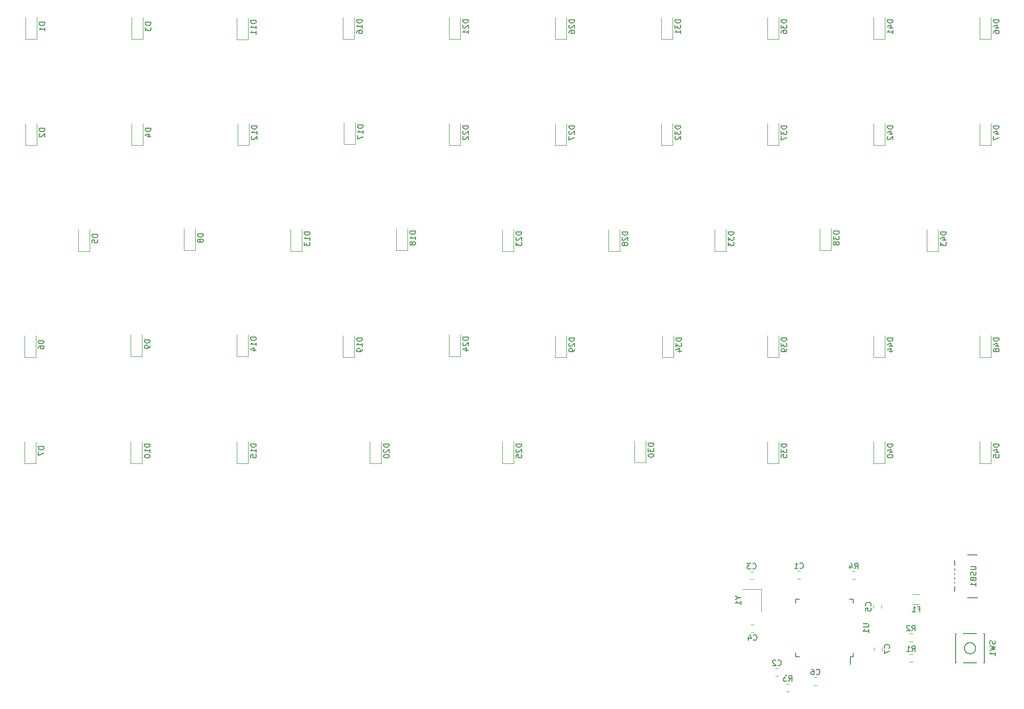
<source format=gbo>
G04 #@! TF.GenerationSoftware,KiCad,Pcbnew,(5.1.4)-1*
G04 #@! TF.CreationDate,2024-11-14T09:52:14-07:00*
G04 #@! TF.ProjectId,kicadNEWXboard,6b696361-644e-4455-9758-626f6172642e,rev?*
G04 #@! TF.SameCoordinates,Original*
G04 #@! TF.FileFunction,Legend,Bot*
G04 #@! TF.FilePolarity,Positive*
%FSLAX46Y46*%
G04 Gerber Fmt 4.6, Leading zero omitted, Abs format (unit mm)*
G04 Created by KiCad (PCBNEW (5.1.4)-1) date 2024-11-14 09:52:14*
%MOMM*%
%LPD*%
G04 APERTURE LIST*
%ADD10C,0.120000*%
%ADD11C,0.150000*%
%ADD12C,1.852000*%
%ADD13R,2.007000X2.007000*%
%ADD14C,2.007000*%
%ADD15C,2.352000*%
%ADD16C,4.089800*%
%ADD17C,2.352000*%
%ADD18C,0.100000*%
%ADD19C,1.352000*%
%ADD20R,1.302000X1.002000*%
%ADD21O,2.802000X1.802000*%
%ADD22R,2.352000X0.602000*%
%ADD23R,1.302000X1.502000*%
%ADD24R,0.652000X1.602000*%
%ADD25R,1.602000X0.652000*%
%ADD26R,1.202000X1.902000*%
%ADD27C,1.077000*%
G04 APERTURE END LIST*
D10*
X358331686Y-184837750D02*
X359535814Y-184837750D01*
X358331686Y-183017750D02*
X359535814Y-183017750D01*
X220075000Y-83275000D02*
X220075000Y-79375000D01*
X218075000Y-83275000D02*
X218075000Y-79375000D01*
X220075000Y-83275000D02*
X218075000Y-83275000D01*
X201025000Y-83275000D02*
X201025000Y-79375000D01*
X199025000Y-83275000D02*
X199025000Y-79375000D01*
X201025000Y-83275000D02*
X199025000Y-83275000D01*
X372348000Y-140425000D02*
X372348000Y-136525000D01*
X370348000Y-140425000D02*
X370348000Y-136525000D01*
X372348000Y-140425000D02*
X370348000Y-140425000D01*
X372348000Y-102325000D02*
X372348000Y-98425000D01*
X370348000Y-102325000D02*
X370348000Y-98425000D01*
X372348000Y-102325000D02*
X370348000Y-102325000D01*
X372348000Y-83275000D02*
X372348000Y-79375000D01*
X370348000Y-83275000D02*
X370348000Y-79375000D01*
X372348000Y-83275000D02*
X370348000Y-83275000D01*
X372348000Y-159475000D02*
X372348000Y-155575000D01*
X370348000Y-159475000D02*
X370348000Y-155575000D01*
X372348000Y-159475000D02*
X370348000Y-159475000D01*
X353298000Y-140426000D02*
X353298000Y-136526000D01*
X351298000Y-140426000D02*
X351298000Y-136526000D01*
X353298000Y-140426000D02*
X351298000Y-140426000D01*
X362823000Y-121375000D02*
X362823000Y-117475000D01*
X360823000Y-121375000D02*
X360823000Y-117475000D01*
X362823000Y-121375000D02*
X360823000Y-121375000D01*
X353298000Y-102325000D02*
X353298000Y-98425000D01*
X351298000Y-102325000D02*
X351298000Y-98425000D01*
X353298000Y-102325000D02*
X351298000Y-102325000D01*
X353298000Y-83276000D02*
X353298000Y-79376000D01*
X351298000Y-83276000D02*
X351298000Y-79376000D01*
X353298000Y-83276000D02*
X351298000Y-83276000D01*
X353298000Y-159475000D02*
X353298000Y-155575000D01*
X351298000Y-159475000D02*
X351298000Y-155575000D01*
X353298000Y-159475000D02*
X351298000Y-159475000D01*
X334248000Y-140425000D02*
X334248000Y-136525000D01*
X332248000Y-140425000D02*
X332248000Y-136525000D01*
X334248000Y-140425000D02*
X332248000Y-140425000D01*
X343646000Y-121249000D02*
X343646000Y-117349000D01*
X341646000Y-121249000D02*
X341646000Y-117349000D01*
X343646000Y-121249000D02*
X341646000Y-121249000D01*
X334248000Y-102325000D02*
X334248000Y-98425000D01*
X332248000Y-102325000D02*
X332248000Y-98425000D01*
X334248000Y-102325000D02*
X332248000Y-102325000D01*
X334248000Y-83275000D02*
X334248000Y-79375000D01*
X332248000Y-83275000D02*
X332248000Y-79375000D01*
X334248000Y-83275000D02*
X332248000Y-83275000D01*
X334248000Y-159475000D02*
X334248000Y-155575000D01*
X332248000Y-159475000D02*
X332248000Y-155575000D01*
X334248000Y-159475000D02*
X332248000Y-159475000D01*
X315325000Y-140425000D02*
X315325000Y-136525000D01*
X313325000Y-140425000D02*
X313325000Y-136525000D01*
X315325000Y-140425000D02*
X313325000Y-140425000D01*
X324723000Y-121375000D02*
X324723000Y-117475000D01*
X322723000Y-121375000D02*
X322723000Y-117475000D01*
X324723000Y-121375000D02*
X322723000Y-121375000D01*
X315198000Y-102325000D02*
X315198000Y-98425000D01*
X313198000Y-102325000D02*
X313198000Y-98425000D01*
X315198000Y-102325000D02*
X313198000Y-102325000D01*
X315198000Y-83276000D02*
X315198000Y-79376000D01*
X313198000Y-83276000D02*
X313198000Y-79376000D01*
X315198000Y-83276000D02*
X313198000Y-83276000D01*
X310372000Y-159348000D02*
X310372000Y-155448000D01*
X308372000Y-159348000D02*
X308372000Y-155448000D01*
X310372000Y-159348000D02*
X308372000Y-159348000D01*
X296148000Y-140425000D02*
X296148000Y-136525000D01*
X294148000Y-140425000D02*
X294148000Y-136525000D01*
X296148000Y-140425000D02*
X294148000Y-140425000D01*
X305673000Y-121375000D02*
X305673000Y-117475000D01*
X303673000Y-121375000D02*
X303673000Y-117475000D01*
X305673000Y-121375000D02*
X303673000Y-121375000D01*
X296148000Y-102325000D02*
X296148000Y-98425000D01*
X294148000Y-102325000D02*
X294148000Y-98425000D01*
X296148000Y-102325000D02*
X294148000Y-102325000D01*
X296148000Y-83275000D02*
X296148000Y-79375000D01*
X294148000Y-83275000D02*
X294148000Y-79375000D01*
X296148000Y-83275000D02*
X294148000Y-83275000D01*
X286623000Y-159475000D02*
X286623000Y-155575000D01*
X284623000Y-159475000D02*
X284623000Y-155575000D01*
X286623000Y-159475000D02*
X284623000Y-159475000D01*
X277098000Y-140298000D02*
X277098000Y-136398000D01*
X275098000Y-140298000D02*
X275098000Y-136398000D01*
X277098000Y-140298000D02*
X275098000Y-140298000D01*
X286623000Y-121375000D02*
X286623000Y-117475000D01*
X284623000Y-121375000D02*
X284623000Y-117475000D01*
X286623000Y-121375000D02*
X284623000Y-121375000D01*
X277098000Y-102325000D02*
X277098000Y-98425000D01*
X275098000Y-102325000D02*
X275098000Y-98425000D01*
X277098000Y-102325000D02*
X275098000Y-102325000D01*
X277098000Y-83275000D02*
X277098000Y-79375000D01*
X275098000Y-83275000D02*
X275098000Y-79375000D01*
X277098000Y-83275000D02*
X275098000Y-83275000D01*
X262874000Y-159475000D02*
X262874000Y-155575000D01*
X260874000Y-159475000D02*
X260874000Y-155575000D01*
X262874000Y-159475000D02*
X260874000Y-159475000D01*
X258048000Y-140426000D02*
X258048000Y-136526000D01*
X256048000Y-140426000D02*
X256048000Y-136526000D01*
X258048000Y-140426000D02*
X256048000Y-140426000D01*
X267573000Y-121249000D02*
X267573000Y-117349000D01*
X265573000Y-121249000D02*
X265573000Y-117349000D01*
X267573000Y-121249000D02*
X265573000Y-121249000D01*
X258175000Y-102199000D02*
X258175000Y-98299000D01*
X256175000Y-102199000D02*
X256175000Y-98299000D01*
X258175000Y-102199000D02*
X256175000Y-102199000D01*
X258048000Y-83275000D02*
X258048000Y-79375000D01*
X256048000Y-83275000D02*
X256048000Y-79375000D01*
X258048000Y-83275000D02*
X256048000Y-83275000D01*
X238998000Y-159475000D02*
X238998000Y-155575000D01*
X236998000Y-159475000D02*
X236998000Y-155575000D01*
X238998000Y-159475000D02*
X236998000Y-159475000D01*
X238998000Y-140299000D02*
X238998000Y-136399000D01*
X236998000Y-140299000D02*
X236998000Y-136399000D01*
X238998000Y-140299000D02*
X236998000Y-140299000D01*
X248650000Y-121376000D02*
X248650000Y-117476000D01*
X246650000Y-121376000D02*
X246650000Y-117476000D01*
X248650000Y-121376000D02*
X246650000Y-121376000D01*
X239125000Y-102325000D02*
X239125000Y-98425000D01*
X237125000Y-102325000D02*
X237125000Y-98425000D01*
X239125000Y-102325000D02*
X237125000Y-102325000D01*
X238998000Y-83402000D02*
X238998000Y-79502000D01*
X236998000Y-83402000D02*
X236998000Y-79502000D01*
X238998000Y-83402000D02*
X236998000Y-83402000D01*
X219948000Y-159476000D02*
X219948000Y-155576000D01*
X217948000Y-159476000D02*
X217948000Y-155576000D01*
X219948000Y-159476000D02*
X217948000Y-159476000D01*
X219948000Y-140298000D02*
X219948000Y-136398000D01*
X217948000Y-140298000D02*
X217948000Y-136398000D01*
X219948000Y-140298000D02*
X217948000Y-140298000D01*
X229473000Y-121248000D02*
X229473000Y-117348000D01*
X227473000Y-121248000D02*
X227473000Y-117348000D01*
X229473000Y-121248000D02*
X227473000Y-121248000D01*
X200898000Y-159475000D02*
X200898000Y-155575000D01*
X198898000Y-159475000D02*
X198898000Y-155575000D01*
X200898000Y-159475000D02*
X198898000Y-159475000D01*
X200898000Y-140426000D02*
X200898000Y-136526000D01*
X198898000Y-140426000D02*
X198898000Y-136526000D01*
X200898000Y-140426000D02*
X198898000Y-140426000D01*
X210550000Y-121375000D02*
X210550000Y-117475000D01*
X208550000Y-121375000D02*
X208550000Y-117475000D01*
X210550000Y-121375000D02*
X208550000Y-121375000D01*
D11*
X371252750Y-175886750D02*
X365802750Y-175886750D01*
X371252750Y-183586750D02*
X365802750Y-183586750D01*
X365802750Y-175886750D02*
X365802750Y-183586750D01*
D10*
X327827000Y-182097750D02*
X331127000Y-182097750D01*
X331127000Y-182097750D02*
X331127000Y-186097750D01*
D11*
X347662250Y-194246250D02*
X347087250Y-194246250D01*
X347662250Y-183896250D02*
X346987250Y-183896250D01*
X337312250Y-183896250D02*
X337987250Y-183896250D01*
X337312250Y-194246250D02*
X337987250Y-194246250D01*
X347662250Y-194246250D02*
X347662250Y-193571250D01*
X337312250Y-194246250D02*
X337312250Y-193571250D01*
X337312250Y-183896250D02*
X337312250Y-184571250D01*
X347662250Y-183896250D02*
X347662250Y-184571250D01*
X347087250Y-194246250D02*
X347087250Y-195521250D01*
X369585750Y-192690750D02*
G75*
G03X369585750Y-192690750I-1000000J0D01*
G01*
X371185750Y-190090750D02*
X365985750Y-190090750D01*
X371185750Y-195290750D02*
X371185750Y-190090750D01*
X365985750Y-195290750D02*
X371185750Y-195290750D01*
X365985750Y-190090750D02*
X365985750Y-195290750D01*
D10*
X347967828Y-178899750D02*
X347450672Y-178899750D01*
X347967828Y-180319750D02*
X347450672Y-180319750D01*
X336126828Y-199092750D02*
X335609672Y-199092750D01*
X336126828Y-200512750D02*
X335609672Y-200512750D01*
X358254828Y-190075750D02*
X357737672Y-190075750D01*
X358254828Y-191495750D02*
X357737672Y-191495750D01*
X358254828Y-193758750D02*
X357737672Y-193758750D01*
X358254828Y-195178750D02*
X357737672Y-195178750D01*
X220075000Y-102325000D02*
X220075000Y-98425000D01*
X218075000Y-102325000D02*
X218075000Y-98425000D01*
X220075000Y-102325000D02*
X218075000Y-102325000D01*
X201025000Y-102325000D02*
X201025000Y-98425000D01*
X199025000Y-102325000D02*
X199025000Y-98425000D01*
X201025000Y-102325000D02*
X199025000Y-102325000D01*
X352785750Y-193076328D02*
X352785750Y-192559172D01*
X351365750Y-193076328D02*
X351365750Y-192559172D01*
X341079828Y-197949750D02*
X340562672Y-197949750D01*
X341079828Y-199369750D02*
X340562672Y-199369750D01*
X351302250Y-184987672D02*
X351302250Y-185504828D01*
X352722250Y-184987672D02*
X352722250Y-185504828D01*
X329274672Y-189876500D02*
X329791828Y-189876500D01*
X329274672Y-188456500D02*
X329791828Y-188456500D01*
X329648078Y-178931500D02*
X329130922Y-178931500D01*
X329648078Y-180351500D02*
X329130922Y-180351500D01*
X334158328Y-196298750D02*
X333641172Y-196298750D01*
X334158328Y-197718750D02*
X333641172Y-197718750D01*
X338127078Y-178836250D02*
X337609922Y-178836250D01*
X338127078Y-180256250D02*
X337609922Y-180256250D01*
D11*
X359267083Y-185676321D02*
X359600416Y-185676321D01*
X359600416Y-186200130D02*
X359600416Y-185200130D01*
X359124226Y-185200130D01*
X358219464Y-186200130D02*
X358790892Y-186200130D01*
X358505178Y-186200130D02*
X358505178Y-185200130D01*
X358600416Y-185342988D01*
X358695654Y-185438226D01*
X358790892Y-185485845D01*
X221527380Y-80286904D02*
X220527380Y-80286904D01*
X220527380Y-80525000D01*
X220575000Y-80667857D01*
X220670238Y-80763095D01*
X220765476Y-80810714D01*
X220955952Y-80858333D01*
X221098809Y-80858333D01*
X221289285Y-80810714D01*
X221384523Y-80763095D01*
X221479761Y-80667857D01*
X221527380Y-80525000D01*
X221527380Y-80286904D01*
X220527380Y-81191666D02*
X220527380Y-81810714D01*
X220908333Y-81477380D01*
X220908333Y-81620238D01*
X220955952Y-81715476D01*
X221003571Y-81763095D01*
X221098809Y-81810714D01*
X221336904Y-81810714D01*
X221432142Y-81763095D01*
X221479761Y-81715476D01*
X221527380Y-81620238D01*
X221527380Y-81334523D01*
X221479761Y-81239285D01*
X221432142Y-81191666D01*
X202477380Y-80286904D02*
X201477380Y-80286904D01*
X201477380Y-80525000D01*
X201525000Y-80667857D01*
X201620238Y-80763095D01*
X201715476Y-80810714D01*
X201905952Y-80858333D01*
X202048809Y-80858333D01*
X202239285Y-80810714D01*
X202334523Y-80763095D01*
X202429761Y-80667857D01*
X202477380Y-80525000D01*
X202477380Y-80286904D01*
X202477380Y-81810714D02*
X202477380Y-81239285D01*
X202477380Y-81525000D02*
X201477380Y-81525000D01*
X201620238Y-81429761D01*
X201715476Y-81334523D01*
X201763095Y-81239285D01*
X373800380Y-136960714D02*
X372800380Y-136960714D01*
X372800380Y-137198809D01*
X372848000Y-137341666D01*
X372943238Y-137436904D01*
X373038476Y-137484523D01*
X373228952Y-137532142D01*
X373371809Y-137532142D01*
X373562285Y-137484523D01*
X373657523Y-137436904D01*
X373752761Y-137341666D01*
X373800380Y-137198809D01*
X373800380Y-136960714D01*
X373133714Y-138389285D02*
X373800380Y-138389285D01*
X372752761Y-138151190D02*
X373467047Y-137913095D01*
X373467047Y-138532142D01*
X373228952Y-139055952D02*
X373181333Y-138960714D01*
X373133714Y-138913095D01*
X373038476Y-138865476D01*
X372990857Y-138865476D01*
X372895619Y-138913095D01*
X372848000Y-138960714D01*
X372800380Y-139055952D01*
X372800380Y-139246428D01*
X372848000Y-139341666D01*
X372895619Y-139389285D01*
X372990857Y-139436904D01*
X373038476Y-139436904D01*
X373133714Y-139389285D01*
X373181333Y-139341666D01*
X373228952Y-139246428D01*
X373228952Y-139055952D01*
X373276571Y-138960714D01*
X373324190Y-138913095D01*
X373419428Y-138865476D01*
X373609904Y-138865476D01*
X373705142Y-138913095D01*
X373752761Y-138960714D01*
X373800380Y-139055952D01*
X373800380Y-139246428D01*
X373752761Y-139341666D01*
X373705142Y-139389285D01*
X373609904Y-139436904D01*
X373419428Y-139436904D01*
X373324190Y-139389285D01*
X373276571Y-139341666D01*
X373228952Y-139246428D01*
X373800380Y-98860714D02*
X372800380Y-98860714D01*
X372800380Y-99098809D01*
X372848000Y-99241666D01*
X372943238Y-99336904D01*
X373038476Y-99384523D01*
X373228952Y-99432142D01*
X373371809Y-99432142D01*
X373562285Y-99384523D01*
X373657523Y-99336904D01*
X373752761Y-99241666D01*
X373800380Y-99098809D01*
X373800380Y-98860714D01*
X373133714Y-100289285D02*
X373800380Y-100289285D01*
X372752761Y-100051190D02*
X373467047Y-99813095D01*
X373467047Y-100432142D01*
X372800380Y-100717857D02*
X372800380Y-101384523D01*
X373800380Y-100955952D01*
X373800380Y-79810714D02*
X372800380Y-79810714D01*
X372800380Y-80048809D01*
X372848000Y-80191666D01*
X372943238Y-80286904D01*
X373038476Y-80334523D01*
X373228952Y-80382142D01*
X373371809Y-80382142D01*
X373562285Y-80334523D01*
X373657523Y-80286904D01*
X373752761Y-80191666D01*
X373800380Y-80048809D01*
X373800380Y-79810714D01*
X373133714Y-81239285D02*
X373800380Y-81239285D01*
X372752761Y-81001190D02*
X373467047Y-80763095D01*
X373467047Y-81382142D01*
X372800380Y-82191666D02*
X372800380Y-82001190D01*
X372848000Y-81905952D01*
X372895619Y-81858333D01*
X373038476Y-81763095D01*
X373228952Y-81715476D01*
X373609904Y-81715476D01*
X373705142Y-81763095D01*
X373752761Y-81810714D01*
X373800380Y-81905952D01*
X373800380Y-82096428D01*
X373752761Y-82191666D01*
X373705142Y-82239285D01*
X373609904Y-82286904D01*
X373371809Y-82286904D01*
X373276571Y-82239285D01*
X373228952Y-82191666D01*
X373181333Y-82096428D01*
X373181333Y-81905952D01*
X373228952Y-81810714D01*
X373276571Y-81763095D01*
X373371809Y-81715476D01*
X373800380Y-156010714D02*
X372800380Y-156010714D01*
X372800380Y-156248809D01*
X372848000Y-156391666D01*
X372943238Y-156486904D01*
X373038476Y-156534523D01*
X373228952Y-156582142D01*
X373371809Y-156582142D01*
X373562285Y-156534523D01*
X373657523Y-156486904D01*
X373752761Y-156391666D01*
X373800380Y-156248809D01*
X373800380Y-156010714D01*
X373133714Y-157439285D02*
X373800380Y-157439285D01*
X372752761Y-157201190D02*
X373467047Y-156963095D01*
X373467047Y-157582142D01*
X372800380Y-158439285D02*
X372800380Y-157963095D01*
X373276571Y-157915476D01*
X373228952Y-157963095D01*
X373181333Y-158058333D01*
X373181333Y-158296428D01*
X373228952Y-158391666D01*
X373276571Y-158439285D01*
X373371809Y-158486904D01*
X373609904Y-158486904D01*
X373705142Y-158439285D01*
X373752761Y-158391666D01*
X373800380Y-158296428D01*
X373800380Y-158058333D01*
X373752761Y-157963095D01*
X373705142Y-157915476D01*
X354750380Y-136961714D02*
X353750380Y-136961714D01*
X353750380Y-137199809D01*
X353798000Y-137342666D01*
X353893238Y-137437904D01*
X353988476Y-137485523D01*
X354178952Y-137533142D01*
X354321809Y-137533142D01*
X354512285Y-137485523D01*
X354607523Y-137437904D01*
X354702761Y-137342666D01*
X354750380Y-137199809D01*
X354750380Y-136961714D01*
X354083714Y-138390285D02*
X354750380Y-138390285D01*
X353702761Y-138152190D02*
X354417047Y-137914095D01*
X354417047Y-138533142D01*
X354083714Y-139342666D02*
X354750380Y-139342666D01*
X353702761Y-139104571D02*
X354417047Y-138866476D01*
X354417047Y-139485523D01*
X364275380Y-117910714D02*
X363275380Y-117910714D01*
X363275380Y-118148809D01*
X363323000Y-118291666D01*
X363418238Y-118386904D01*
X363513476Y-118434523D01*
X363703952Y-118482142D01*
X363846809Y-118482142D01*
X364037285Y-118434523D01*
X364132523Y-118386904D01*
X364227761Y-118291666D01*
X364275380Y-118148809D01*
X364275380Y-117910714D01*
X363608714Y-119339285D02*
X364275380Y-119339285D01*
X363227761Y-119101190D02*
X363942047Y-118863095D01*
X363942047Y-119482142D01*
X363275380Y-119767857D02*
X363275380Y-120386904D01*
X363656333Y-120053571D01*
X363656333Y-120196428D01*
X363703952Y-120291666D01*
X363751571Y-120339285D01*
X363846809Y-120386904D01*
X364084904Y-120386904D01*
X364180142Y-120339285D01*
X364227761Y-120291666D01*
X364275380Y-120196428D01*
X364275380Y-119910714D01*
X364227761Y-119815476D01*
X364180142Y-119767857D01*
X354750380Y-98860714D02*
X353750380Y-98860714D01*
X353750380Y-99098809D01*
X353798000Y-99241666D01*
X353893238Y-99336904D01*
X353988476Y-99384523D01*
X354178952Y-99432142D01*
X354321809Y-99432142D01*
X354512285Y-99384523D01*
X354607523Y-99336904D01*
X354702761Y-99241666D01*
X354750380Y-99098809D01*
X354750380Y-98860714D01*
X354083714Y-100289285D02*
X354750380Y-100289285D01*
X353702761Y-100051190D02*
X354417047Y-99813095D01*
X354417047Y-100432142D01*
X353845619Y-100765476D02*
X353798000Y-100813095D01*
X353750380Y-100908333D01*
X353750380Y-101146428D01*
X353798000Y-101241666D01*
X353845619Y-101289285D01*
X353940857Y-101336904D01*
X354036095Y-101336904D01*
X354178952Y-101289285D01*
X354750380Y-100717857D01*
X354750380Y-101336904D01*
X354750380Y-79811714D02*
X353750380Y-79811714D01*
X353750380Y-80049809D01*
X353798000Y-80192666D01*
X353893238Y-80287904D01*
X353988476Y-80335523D01*
X354178952Y-80383142D01*
X354321809Y-80383142D01*
X354512285Y-80335523D01*
X354607523Y-80287904D01*
X354702761Y-80192666D01*
X354750380Y-80049809D01*
X354750380Y-79811714D01*
X354083714Y-81240285D02*
X354750380Y-81240285D01*
X353702761Y-81002190D02*
X354417047Y-80764095D01*
X354417047Y-81383142D01*
X354750380Y-82287904D02*
X354750380Y-81716476D01*
X354750380Y-82002190D02*
X353750380Y-82002190D01*
X353893238Y-81906952D01*
X353988476Y-81811714D01*
X354036095Y-81716476D01*
X354750380Y-156010714D02*
X353750380Y-156010714D01*
X353750380Y-156248809D01*
X353798000Y-156391666D01*
X353893238Y-156486904D01*
X353988476Y-156534523D01*
X354178952Y-156582142D01*
X354321809Y-156582142D01*
X354512285Y-156534523D01*
X354607523Y-156486904D01*
X354702761Y-156391666D01*
X354750380Y-156248809D01*
X354750380Y-156010714D01*
X354083714Y-157439285D02*
X354750380Y-157439285D01*
X353702761Y-157201190D02*
X354417047Y-156963095D01*
X354417047Y-157582142D01*
X353750380Y-158153571D02*
X353750380Y-158248809D01*
X353798000Y-158344047D01*
X353845619Y-158391666D01*
X353940857Y-158439285D01*
X354131333Y-158486904D01*
X354369428Y-158486904D01*
X354559904Y-158439285D01*
X354655142Y-158391666D01*
X354702761Y-158344047D01*
X354750380Y-158248809D01*
X354750380Y-158153571D01*
X354702761Y-158058333D01*
X354655142Y-158010714D01*
X354559904Y-157963095D01*
X354369428Y-157915476D01*
X354131333Y-157915476D01*
X353940857Y-157963095D01*
X353845619Y-158010714D01*
X353798000Y-158058333D01*
X353750380Y-158153571D01*
X335700380Y-136960714D02*
X334700380Y-136960714D01*
X334700380Y-137198809D01*
X334748000Y-137341666D01*
X334843238Y-137436904D01*
X334938476Y-137484523D01*
X335128952Y-137532142D01*
X335271809Y-137532142D01*
X335462285Y-137484523D01*
X335557523Y-137436904D01*
X335652761Y-137341666D01*
X335700380Y-137198809D01*
X335700380Y-136960714D01*
X334700380Y-137865476D02*
X334700380Y-138484523D01*
X335081333Y-138151190D01*
X335081333Y-138294047D01*
X335128952Y-138389285D01*
X335176571Y-138436904D01*
X335271809Y-138484523D01*
X335509904Y-138484523D01*
X335605142Y-138436904D01*
X335652761Y-138389285D01*
X335700380Y-138294047D01*
X335700380Y-138008333D01*
X335652761Y-137913095D01*
X335605142Y-137865476D01*
X335700380Y-138960714D02*
X335700380Y-139151190D01*
X335652761Y-139246428D01*
X335605142Y-139294047D01*
X335462285Y-139389285D01*
X335271809Y-139436904D01*
X334890857Y-139436904D01*
X334795619Y-139389285D01*
X334748000Y-139341666D01*
X334700380Y-139246428D01*
X334700380Y-139055952D01*
X334748000Y-138960714D01*
X334795619Y-138913095D01*
X334890857Y-138865476D01*
X335128952Y-138865476D01*
X335224190Y-138913095D01*
X335271809Y-138960714D01*
X335319428Y-139055952D01*
X335319428Y-139246428D01*
X335271809Y-139341666D01*
X335224190Y-139389285D01*
X335128952Y-139436904D01*
X345098380Y-117784714D02*
X344098380Y-117784714D01*
X344098380Y-118022809D01*
X344146000Y-118165666D01*
X344241238Y-118260904D01*
X344336476Y-118308523D01*
X344526952Y-118356142D01*
X344669809Y-118356142D01*
X344860285Y-118308523D01*
X344955523Y-118260904D01*
X345050761Y-118165666D01*
X345098380Y-118022809D01*
X345098380Y-117784714D01*
X344098380Y-118689476D02*
X344098380Y-119308523D01*
X344479333Y-118975190D01*
X344479333Y-119118047D01*
X344526952Y-119213285D01*
X344574571Y-119260904D01*
X344669809Y-119308523D01*
X344907904Y-119308523D01*
X345003142Y-119260904D01*
X345050761Y-119213285D01*
X345098380Y-119118047D01*
X345098380Y-118832333D01*
X345050761Y-118737095D01*
X345003142Y-118689476D01*
X344526952Y-119879952D02*
X344479333Y-119784714D01*
X344431714Y-119737095D01*
X344336476Y-119689476D01*
X344288857Y-119689476D01*
X344193619Y-119737095D01*
X344146000Y-119784714D01*
X344098380Y-119879952D01*
X344098380Y-120070428D01*
X344146000Y-120165666D01*
X344193619Y-120213285D01*
X344288857Y-120260904D01*
X344336476Y-120260904D01*
X344431714Y-120213285D01*
X344479333Y-120165666D01*
X344526952Y-120070428D01*
X344526952Y-119879952D01*
X344574571Y-119784714D01*
X344622190Y-119737095D01*
X344717428Y-119689476D01*
X344907904Y-119689476D01*
X345003142Y-119737095D01*
X345050761Y-119784714D01*
X345098380Y-119879952D01*
X345098380Y-120070428D01*
X345050761Y-120165666D01*
X345003142Y-120213285D01*
X344907904Y-120260904D01*
X344717428Y-120260904D01*
X344622190Y-120213285D01*
X344574571Y-120165666D01*
X344526952Y-120070428D01*
X335700380Y-98860714D02*
X334700380Y-98860714D01*
X334700380Y-99098809D01*
X334748000Y-99241666D01*
X334843238Y-99336904D01*
X334938476Y-99384523D01*
X335128952Y-99432142D01*
X335271809Y-99432142D01*
X335462285Y-99384523D01*
X335557523Y-99336904D01*
X335652761Y-99241666D01*
X335700380Y-99098809D01*
X335700380Y-98860714D01*
X334700380Y-99765476D02*
X334700380Y-100384523D01*
X335081333Y-100051190D01*
X335081333Y-100194047D01*
X335128952Y-100289285D01*
X335176571Y-100336904D01*
X335271809Y-100384523D01*
X335509904Y-100384523D01*
X335605142Y-100336904D01*
X335652761Y-100289285D01*
X335700380Y-100194047D01*
X335700380Y-99908333D01*
X335652761Y-99813095D01*
X335605142Y-99765476D01*
X334700380Y-100717857D02*
X334700380Y-101384523D01*
X335700380Y-100955952D01*
X335700380Y-79810714D02*
X334700380Y-79810714D01*
X334700380Y-80048809D01*
X334748000Y-80191666D01*
X334843238Y-80286904D01*
X334938476Y-80334523D01*
X335128952Y-80382142D01*
X335271809Y-80382142D01*
X335462285Y-80334523D01*
X335557523Y-80286904D01*
X335652761Y-80191666D01*
X335700380Y-80048809D01*
X335700380Y-79810714D01*
X334700380Y-80715476D02*
X334700380Y-81334523D01*
X335081333Y-81001190D01*
X335081333Y-81144047D01*
X335128952Y-81239285D01*
X335176571Y-81286904D01*
X335271809Y-81334523D01*
X335509904Y-81334523D01*
X335605142Y-81286904D01*
X335652761Y-81239285D01*
X335700380Y-81144047D01*
X335700380Y-80858333D01*
X335652761Y-80763095D01*
X335605142Y-80715476D01*
X334700380Y-82191666D02*
X334700380Y-82001190D01*
X334748000Y-81905952D01*
X334795619Y-81858333D01*
X334938476Y-81763095D01*
X335128952Y-81715476D01*
X335509904Y-81715476D01*
X335605142Y-81763095D01*
X335652761Y-81810714D01*
X335700380Y-81905952D01*
X335700380Y-82096428D01*
X335652761Y-82191666D01*
X335605142Y-82239285D01*
X335509904Y-82286904D01*
X335271809Y-82286904D01*
X335176571Y-82239285D01*
X335128952Y-82191666D01*
X335081333Y-82096428D01*
X335081333Y-81905952D01*
X335128952Y-81810714D01*
X335176571Y-81763095D01*
X335271809Y-81715476D01*
X335700380Y-156010714D02*
X334700380Y-156010714D01*
X334700380Y-156248809D01*
X334748000Y-156391666D01*
X334843238Y-156486904D01*
X334938476Y-156534523D01*
X335128952Y-156582142D01*
X335271809Y-156582142D01*
X335462285Y-156534523D01*
X335557523Y-156486904D01*
X335652761Y-156391666D01*
X335700380Y-156248809D01*
X335700380Y-156010714D01*
X334700380Y-156915476D02*
X334700380Y-157534523D01*
X335081333Y-157201190D01*
X335081333Y-157344047D01*
X335128952Y-157439285D01*
X335176571Y-157486904D01*
X335271809Y-157534523D01*
X335509904Y-157534523D01*
X335605142Y-157486904D01*
X335652761Y-157439285D01*
X335700380Y-157344047D01*
X335700380Y-157058333D01*
X335652761Y-156963095D01*
X335605142Y-156915476D01*
X334700380Y-158439285D02*
X334700380Y-157963095D01*
X335176571Y-157915476D01*
X335128952Y-157963095D01*
X335081333Y-158058333D01*
X335081333Y-158296428D01*
X335128952Y-158391666D01*
X335176571Y-158439285D01*
X335271809Y-158486904D01*
X335509904Y-158486904D01*
X335605142Y-158439285D01*
X335652761Y-158391666D01*
X335700380Y-158296428D01*
X335700380Y-158058333D01*
X335652761Y-157963095D01*
X335605142Y-157915476D01*
X316777380Y-136960714D02*
X315777380Y-136960714D01*
X315777380Y-137198809D01*
X315825000Y-137341666D01*
X315920238Y-137436904D01*
X316015476Y-137484523D01*
X316205952Y-137532142D01*
X316348809Y-137532142D01*
X316539285Y-137484523D01*
X316634523Y-137436904D01*
X316729761Y-137341666D01*
X316777380Y-137198809D01*
X316777380Y-136960714D01*
X315777380Y-137865476D02*
X315777380Y-138484523D01*
X316158333Y-138151190D01*
X316158333Y-138294047D01*
X316205952Y-138389285D01*
X316253571Y-138436904D01*
X316348809Y-138484523D01*
X316586904Y-138484523D01*
X316682142Y-138436904D01*
X316729761Y-138389285D01*
X316777380Y-138294047D01*
X316777380Y-138008333D01*
X316729761Y-137913095D01*
X316682142Y-137865476D01*
X316110714Y-139341666D02*
X316777380Y-139341666D01*
X315729761Y-139103571D02*
X316444047Y-138865476D01*
X316444047Y-139484523D01*
X326175380Y-117910714D02*
X325175380Y-117910714D01*
X325175380Y-118148809D01*
X325223000Y-118291666D01*
X325318238Y-118386904D01*
X325413476Y-118434523D01*
X325603952Y-118482142D01*
X325746809Y-118482142D01*
X325937285Y-118434523D01*
X326032523Y-118386904D01*
X326127761Y-118291666D01*
X326175380Y-118148809D01*
X326175380Y-117910714D01*
X325175380Y-118815476D02*
X325175380Y-119434523D01*
X325556333Y-119101190D01*
X325556333Y-119244047D01*
X325603952Y-119339285D01*
X325651571Y-119386904D01*
X325746809Y-119434523D01*
X325984904Y-119434523D01*
X326080142Y-119386904D01*
X326127761Y-119339285D01*
X326175380Y-119244047D01*
X326175380Y-118958333D01*
X326127761Y-118863095D01*
X326080142Y-118815476D01*
X325175380Y-119767857D02*
X325175380Y-120386904D01*
X325556333Y-120053571D01*
X325556333Y-120196428D01*
X325603952Y-120291666D01*
X325651571Y-120339285D01*
X325746809Y-120386904D01*
X325984904Y-120386904D01*
X326080142Y-120339285D01*
X326127761Y-120291666D01*
X326175380Y-120196428D01*
X326175380Y-119910714D01*
X326127761Y-119815476D01*
X326080142Y-119767857D01*
X316650380Y-98860714D02*
X315650380Y-98860714D01*
X315650380Y-99098809D01*
X315698000Y-99241666D01*
X315793238Y-99336904D01*
X315888476Y-99384523D01*
X316078952Y-99432142D01*
X316221809Y-99432142D01*
X316412285Y-99384523D01*
X316507523Y-99336904D01*
X316602761Y-99241666D01*
X316650380Y-99098809D01*
X316650380Y-98860714D01*
X315650380Y-99765476D02*
X315650380Y-100384523D01*
X316031333Y-100051190D01*
X316031333Y-100194047D01*
X316078952Y-100289285D01*
X316126571Y-100336904D01*
X316221809Y-100384523D01*
X316459904Y-100384523D01*
X316555142Y-100336904D01*
X316602761Y-100289285D01*
X316650380Y-100194047D01*
X316650380Y-99908333D01*
X316602761Y-99813095D01*
X316555142Y-99765476D01*
X315745619Y-100765476D02*
X315698000Y-100813095D01*
X315650380Y-100908333D01*
X315650380Y-101146428D01*
X315698000Y-101241666D01*
X315745619Y-101289285D01*
X315840857Y-101336904D01*
X315936095Y-101336904D01*
X316078952Y-101289285D01*
X316650380Y-100717857D01*
X316650380Y-101336904D01*
X316650380Y-79811714D02*
X315650380Y-79811714D01*
X315650380Y-80049809D01*
X315698000Y-80192666D01*
X315793238Y-80287904D01*
X315888476Y-80335523D01*
X316078952Y-80383142D01*
X316221809Y-80383142D01*
X316412285Y-80335523D01*
X316507523Y-80287904D01*
X316602761Y-80192666D01*
X316650380Y-80049809D01*
X316650380Y-79811714D01*
X315650380Y-80716476D02*
X315650380Y-81335523D01*
X316031333Y-81002190D01*
X316031333Y-81145047D01*
X316078952Y-81240285D01*
X316126571Y-81287904D01*
X316221809Y-81335523D01*
X316459904Y-81335523D01*
X316555142Y-81287904D01*
X316602761Y-81240285D01*
X316650380Y-81145047D01*
X316650380Y-80859333D01*
X316602761Y-80764095D01*
X316555142Y-80716476D01*
X316650380Y-82287904D02*
X316650380Y-81716476D01*
X316650380Y-82002190D02*
X315650380Y-82002190D01*
X315793238Y-81906952D01*
X315888476Y-81811714D01*
X315936095Y-81716476D01*
X311824380Y-155883714D02*
X310824380Y-155883714D01*
X310824380Y-156121809D01*
X310872000Y-156264666D01*
X310967238Y-156359904D01*
X311062476Y-156407523D01*
X311252952Y-156455142D01*
X311395809Y-156455142D01*
X311586285Y-156407523D01*
X311681523Y-156359904D01*
X311776761Y-156264666D01*
X311824380Y-156121809D01*
X311824380Y-155883714D01*
X310824380Y-156788476D02*
X310824380Y-157407523D01*
X311205333Y-157074190D01*
X311205333Y-157217047D01*
X311252952Y-157312285D01*
X311300571Y-157359904D01*
X311395809Y-157407523D01*
X311633904Y-157407523D01*
X311729142Y-157359904D01*
X311776761Y-157312285D01*
X311824380Y-157217047D01*
X311824380Y-156931333D01*
X311776761Y-156836095D01*
X311729142Y-156788476D01*
X310824380Y-158026571D02*
X310824380Y-158121809D01*
X310872000Y-158217047D01*
X310919619Y-158264666D01*
X311014857Y-158312285D01*
X311205333Y-158359904D01*
X311443428Y-158359904D01*
X311633904Y-158312285D01*
X311729142Y-158264666D01*
X311776761Y-158217047D01*
X311824380Y-158121809D01*
X311824380Y-158026571D01*
X311776761Y-157931333D01*
X311729142Y-157883714D01*
X311633904Y-157836095D01*
X311443428Y-157788476D01*
X311205333Y-157788476D01*
X311014857Y-157836095D01*
X310919619Y-157883714D01*
X310872000Y-157931333D01*
X310824380Y-158026571D01*
X297600380Y-136960714D02*
X296600380Y-136960714D01*
X296600380Y-137198809D01*
X296648000Y-137341666D01*
X296743238Y-137436904D01*
X296838476Y-137484523D01*
X297028952Y-137532142D01*
X297171809Y-137532142D01*
X297362285Y-137484523D01*
X297457523Y-137436904D01*
X297552761Y-137341666D01*
X297600380Y-137198809D01*
X297600380Y-136960714D01*
X296695619Y-137913095D02*
X296648000Y-137960714D01*
X296600380Y-138055952D01*
X296600380Y-138294047D01*
X296648000Y-138389285D01*
X296695619Y-138436904D01*
X296790857Y-138484523D01*
X296886095Y-138484523D01*
X297028952Y-138436904D01*
X297600380Y-137865476D01*
X297600380Y-138484523D01*
X297600380Y-138960714D02*
X297600380Y-139151190D01*
X297552761Y-139246428D01*
X297505142Y-139294047D01*
X297362285Y-139389285D01*
X297171809Y-139436904D01*
X296790857Y-139436904D01*
X296695619Y-139389285D01*
X296648000Y-139341666D01*
X296600380Y-139246428D01*
X296600380Y-139055952D01*
X296648000Y-138960714D01*
X296695619Y-138913095D01*
X296790857Y-138865476D01*
X297028952Y-138865476D01*
X297124190Y-138913095D01*
X297171809Y-138960714D01*
X297219428Y-139055952D01*
X297219428Y-139246428D01*
X297171809Y-139341666D01*
X297124190Y-139389285D01*
X297028952Y-139436904D01*
X307125380Y-117910714D02*
X306125380Y-117910714D01*
X306125380Y-118148809D01*
X306173000Y-118291666D01*
X306268238Y-118386904D01*
X306363476Y-118434523D01*
X306553952Y-118482142D01*
X306696809Y-118482142D01*
X306887285Y-118434523D01*
X306982523Y-118386904D01*
X307077761Y-118291666D01*
X307125380Y-118148809D01*
X307125380Y-117910714D01*
X306220619Y-118863095D02*
X306173000Y-118910714D01*
X306125380Y-119005952D01*
X306125380Y-119244047D01*
X306173000Y-119339285D01*
X306220619Y-119386904D01*
X306315857Y-119434523D01*
X306411095Y-119434523D01*
X306553952Y-119386904D01*
X307125380Y-118815476D01*
X307125380Y-119434523D01*
X306553952Y-120005952D02*
X306506333Y-119910714D01*
X306458714Y-119863095D01*
X306363476Y-119815476D01*
X306315857Y-119815476D01*
X306220619Y-119863095D01*
X306173000Y-119910714D01*
X306125380Y-120005952D01*
X306125380Y-120196428D01*
X306173000Y-120291666D01*
X306220619Y-120339285D01*
X306315857Y-120386904D01*
X306363476Y-120386904D01*
X306458714Y-120339285D01*
X306506333Y-120291666D01*
X306553952Y-120196428D01*
X306553952Y-120005952D01*
X306601571Y-119910714D01*
X306649190Y-119863095D01*
X306744428Y-119815476D01*
X306934904Y-119815476D01*
X307030142Y-119863095D01*
X307077761Y-119910714D01*
X307125380Y-120005952D01*
X307125380Y-120196428D01*
X307077761Y-120291666D01*
X307030142Y-120339285D01*
X306934904Y-120386904D01*
X306744428Y-120386904D01*
X306649190Y-120339285D01*
X306601571Y-120291666D01*
X306553952Y-120196428D01*
X297600380Y-98860714D02*
X296600380Y-98860714D01*
X296600380Y-99098809D01*
X296648000Y-99241666D01*
X296743238Y-99336904D01*
X296838476Y-99384523D01*
X297028952Y-99432142D01*
X297171809Y-99432142D01*
X297362285Y-99384523D01*
X297457523Y-99336904D01*
X297552761Y-99241666D01*
X297600380Y-99098809D01*
X297600380Y-98860714D01*
X296695619Y-99813095D02*
X296648000Y-99860714D01*
X296600380Y-99955952D01*
X296600380Y-100194047D01*
X296648000Y-100289285D01*
X296695619Y-100336904D01*
X296790857Y-100384523D01*
X296886095Y-100384523D01*
X297028952Y-100336904D01*
X297600380Y-99765476D01*
X297600380Y-100384523D01*
X296600380Y-100717857D02*
X296600380Y-101384523D01*
X297600380Y-100955952D01*
X297600380Y-79810714D02*
X296600380Y-79810714D01*
X296600380Y-80048809D01*
X296648000Y-80191666D01*
X296743238Y-80286904D01*
X296838476Y-80334523D01*
X297028952Y-80382142D01*
X297171809Y-80382142D01*
X297362285Y-80334523D01*
X297457523Y-80286904D01*
X297552761Y-80191666D01*
X297600380Y-80048809D01*
X297600380Y-79810714D01*
X296695619Y-80763095D02*
X296648000Y-80810714D01*
X296600380Y-80905952D01*
X296600380Y-81144047D01*
X296648000Y-81239285D01*
X296695619Y-81286904D01*
X296790857Y-81334523D01*
X296886095Y-81334523D01*
X297028952Y-81286904D01*
X297600380Y-80715476D01*
X297600380Y-81334523D01*
X296600380Y-82191666D02*
X296600380Y-82001190D01*
X296648000Y-81905952D01*
X296695619Y-81858333D01*
X296838476Y-81763095D01*
X297028952Y-81715476D01*
X297409904Y-81715476D01*
X297505142Y-81763095D01*
X297552761Y-81810714D01*
X297600380Y-81905952D01*
X297600380Y-82096428D01*
X297552761Y-82191666D01*
X297505142Y-82239285D01*
X297409904Y-82286904D01*
X297171809Y-82286904D01*
X297076571Y-82239285D01*
X297028952Y-82191666D01*
X296981333Y-82096428D01*
X296981333Y-81905952D01*
X297028952Y-81810714D01*
X297076571Y-81763095D01*
X297171809Y-81715476D01*
X288075380Y-156010714D02*
X287075380Y-156010714D01*
X287075380Y-156248809D01*
X287123000Y-156391666D01*
X287218238Y-156486904D01*
X287313476Y-156534523D01*
X287503952Y-156582142D01*
X287646809Y-156582142D01*
X287837285Y-156534523D01*
X287932523Y-156486904D01*
X288027761Y-156391666D01*
X288075380Y-156248809D01*
X288075380Y-156010714D01*
X287170619Y-156963095D02*
X287123000Y-157010714D01*
X287075380Y-157105952D01*
X287075380Y-157344047D01*
X287123000Y-157439285D01*
X287170619Y-157486904D01*
X287265857Y-157534523D01*
X287361095Y-157534523D01*
X287503952Y-157486904D01*
X288075380Y-156915476D01*
X288075380Y-157534523D01*
X287075380Y-158439285D02*
X287075380Y-157963095D01*
X287551571Y-157915476D01*
X287503952Y-157963095D01*
X287456333Y-158058333D01*
X287456333Y-158296428D01*
X287503952Y-158391666D01*
X287551571Y-158439285D01*
X287646809Y-158486904D01*
X287884904Y-158486904D01*
X287980142Y-158439285D01*
X288027761Y-158391666D01*
X288075380Y-158296428D01*
X288075380Y-158058333D01*
X288027761Y-157963095D01*
X287980142Y-157915476D01*
X278550380Y-136833714D02*
X277550380Y-136833714D01*
X277550380Y-137071809D01*
X277598000Y-137214666D01*
X277693238Y-137309904D01*
X277788476Y-137357523D01*
X277978952Y-137405142D01*
X278121809Y-137405142D01*
X278312285Y-137357523D01*
X278407523Y-137309904D01*
X278502761Y-137214666D01*
X278550380Y-137071809D01*
X278550380Y-136833714D01*
X277645619Y-137786095D02*
X277598000Y-137833714D01*
X277550380Y-137928952D01*
X277550380Y-138167047D01*
X277598000Y-138262285D01*
X277645619Y-138309904D01*
X277740857Y-138357523D01*
X277836095Y-138357523D01*
X277978952Y-138309904D01*
X278550380Y-137738476D01*
X278550380Y-138357523D01*
X277883714Y-139214666D02*
X278550380Y-139214666D01*
X277502761Y-138976571D02*
X278217047Y-138738476D01*
X278217047Y-139357523D01*
X288075380Y-117910714D02*
X287075380Y-117910714D01*
X287075380Y-118148809D01*
X287123000Y-118291666D01*
X287218238Y-118386904D01*
X287313476Y-118434523D01*
X287503952Y-118482142D01*
X287646809Y-118482142D01*
X287837285Y-118434523D01*
X287932523Y-118386904D01*
X288027761Y-118291666D01*
X288075380Y-118148809D01*
X288075380Y-117910714D01*
X287170619Y-118863095D02*
X287123000Y-118910714D01*
X287075380Y-119005952D01*
X287075380Y-119244047D01*
X287123000Y-119339285D01*
X287170619Y-119386904D01*
X287265857Y-119434523D01*
X287361095Y-119434523D01*
X287503952Y-119386904D01*
X288075380Y-118815476D01*
X288075380Y-119434523D01*
X287075380Y-119767857D02*
X287075380Y-120386904D01*
X287456333Y-120053571D01*
X287456333Y-120196428D01*
X287503952Y-120291666D01*
X287551571Y-120339285D01*
X287646809Y-120386904D01*
X287884904Y-120386904D01*
X287980142Y-120339285D01*
X288027761Y-120291666D01*
X288075380Y-120196428D01*
X288075380Y-119910714D01*
X288027761Y-119815476D01*
X287980142Y-119767857D01*
X278550380Y-98860714D02*
X277550380Y-98860714D01*
X277550380Y-99098809D01*
X277598000Y-99241666D01*
X277693238Y-99336904D01*
X277788476Y-99384523D01*
X277978952Y-99432142D01*
X278121809Y-99432142D01*
X278312285Y-99384523D01*
X278407523Y-99336904D01*
X278502761Y-99241666D01*
X278550380Y-99098809D01*
X278550380Y-98860714D01*
X277645619Y-99813095D02*
X277598000Y-99860714D01*
X277550380Y-99955952D01*
X277550380Y-100194047D01*
X277598000Y-100289285D01*
X277645619Y-100336904D01*
X277740857Y-100384523D01*
X277836095Y-100384523D01*
X277978952Y-100336904D01*
X278550380Y-99765476D01*
X278550380Y-100384523D01*
X277645619Y-100765476D02*
X277598000Y-100813095D01*
X277550380Y-100908333D01*
X277550380Y-101146428D01*
X277598000Y-101241666D01*
X277645619Y-101289285D01*
X277740857Y-101336904D01*
X277836095Y-101336904D01*
X277978952Y-101289285D01*
X278550380Y-100717857D01*
X278550380Y-101336904D01*
X278550380Y-79810714D02*
X277550380Y-79810714D01*
X277550380Y-80048809D01*
X277598000Y-80191666D01*
X277693238Y-80286904D01*
X277788476Y-80334523D01*
X277978952Y-80382142D01*
X278121809Y-80382142D01*
X278312285Y-80334523D01*
X278407523Y-80286904D01*
X278502761Y-80191666D01*
X278550380Y-80048809D01*
X278550380Y-79810714D01*
X277645619Y-80763095D02*
X277598000Y-80810714D01*
X277550380Y-80905952D01*
X277550380Y-81144047D01*
X277598000Y-81239285D01*
X277645619Y-81286904D01*
X277740857Y-81334523D01*
X277836095Y-81334523D01*
X277978952Y-81286904D01*
X278550380Y-80715476D01*
X278550380Y-81334523D01*
X278550380Y-82286904D02*
X278550380Y-81715476D01*
X278550380Y-82001190D02*
X277550380Y-82001190D01*
X277693238Y-81905952D01*
X277788476Y-81810714D01*
X277836095Y-81715476D01*
X264326380Y-156010714D02*
X263326380Y-156010714D01*
X263326380Y-156248809D01*
X263374000Y-156391666D01*
X263469238Y-156486904D01*
X263564476Y-156534523D01*
X263754952Y-156582142D01*
X263897809Y-156582142D01*
X264088285Y-156534523D01*
X264183523Y-156486904D01*
X264278761Y-156391666D01*
X264326380Y-156248809D01*
X264326380Y-156010714D01*
X263421619Y-156963095D02*
X263374000Y-157010714D01*
X263326380Y-157105952D01*
X263326380Y-157344047D01*
X263374000Y-157439285D01*
X263421619Y-157486904D01*
X263516857Y-157534523D01*
X263612095Y-157534523D01*
X263754952Y-157486904D01*
X264326380Y-156915476D01*
X264326380Y-157534523D01*
X263326380Y-158153571D02*
X263326380Y-158248809D01*
X263374000Y-158344047D01*
X263421619Y-158391666D01*
X263516857Y-158439285D01*
X263707333Y-158486904D01*
X263945428Y-158486904D01*
X264135904Y-158439285D01*
X264231142Y-158391666D01*
X264278761Y-158344047D01*
X264326380Y-158248809D01*
X264326380Y-158153571D01*
X264278761Y-158058333D01*
X264231142Y-158010714D01*
X264135904Y-157963095D01*
X263945428Y-157915476D01*
X263707333Y-157915476D01*
X263516857Y-157963095D01*
X263421619Y-158010714D01*
X263374000Y-158058333D01*
X263326380Y-158153571D01*
X259500380Y-136961714D02*
X258500380Y-136961714D01*
X258500380Y-137199809D01*
X258548000Y-137342666D01*
X258643238Y-137437904D01*
X258738476Y-137485523D01*
X258928952Y-137533142D01*
X259071809Y-137533142D01*
X259262285Y-137485523D01*
X259357523Y-137437904D01*
X259452761Y-137342666D01*
X259500380Y-137199809D01*
X259500380Y-136961714D01*
X259500380Y-138485523D02*
X259500380Y-137914095D01*
X259500380Y-138199809D02*
X258500380Y-138199809D01*
X258643238Y-138104571D01*
X258738476Y-138009333D01*
X258786095Y-137914095D01*
X259500380Y-138961714D02*
X259500380Y-139152190D01*
X259452761Y-139247428D01*
X259405142Y-139295047D01*
X259262285Y-139390285D01*
X259071809Y-139437904D01*
X258690857Y-139437904D01*
X258595619Y-139390285D01*
X258548000Y-139342666D01*
X258500380Y-139247428D01*
X258500380Y-139056952D01*
X258548000Y-138961714D01*
X258595619Y-138914095D01*
X258690857Y-138866476D01*
X258928952Y-138866476D01*
X259024190Y-138914095D01*
X259071809Y-138961714D01*
X259119428Y-139056952D01*
X259119428Y-139247428D01*
X259071809Y-139342666D01*
X259024190Y-139390285D01*
X258928952Y-139437904D01*
X269025380Y-117784714D02*
X268025380Y-117784714D01*
X268025380Y-118022809D01*
X268073000Y-118165666D01*
X268168238Y-118260904D01*
X268263476Y-118308523D01*
X268453952Y-118356142D01*
X268596809Y-118356142D01*
X268787285Y-118308523D01*
X268882523Y-118260904D01*
X268977761Y-118165666D01*
X269025380Y-118022809D01*
X269025380Y-117784714D01*
X269025380Y-119308523D02*
X269025380Y-118737095D01*
X269025380Y-119022809D02*
X268025380Y-119022809D01*
X268168238Y-118927571D01*
X268263476Y-118832333D01*
X268311095Y-118737095D01*
X268453952Y-119879952D02*
X268406333Y-119784714D01*
X268358714Y-119737095D01*
X268263476Y-119689476D01*
X268215857Y-119689476D01*
X268120619Y-119737095D01*
X268073000Y-119784714D01*
X268025380Y-119879952D01*
X268025380Y-120070428D01*
X268073000Y-120165666D01*
X268120619Y-120213285D01*
X268215857Y-120260904D01*
X268263476Y-120260904D01*
X268358714Y-120213285D01*
X268406333Y-120165666D01*
X268453952Y-120070428D01*
X268453952Y-119879952D01*
X268501571Y-119784714D01*
X268549190Y-119737095D01*
X268644428Y-119689476D01*
X268834904Y-119689476D01*
X268930142Y-119737095D01*
X268977761Y-119784714D01*
X269025380Y-119879952D01*
X269025380Y-120070428D01*
X268977761Y-120165666D01*
X268930142Y-120213285D01*
X268834904Y-120260904D01*
X268644428Y-120260904D01*
X268549190Y-120213285D01*
X268501571Y-120165666D01*
X268453952Y-120070428D01*
X259627380Y-98734714D02*
X258627380Y-98734714D01*
X258627380Y-98972809D01*
X258675000Y-99115666D01*
X258770238Y-99210904D01*
X258865476Y-99258523D01*
X259055952Y-99306142D01*
X259198809Y-99306142D01*
X259389285Y-99258523D01*
X259484523Y-99210904D01*
X259579761Y-99115666D01*
X259627380Y-98972809D01*
X259627380Y-98734714D01*
X259627380Y-100258523D02*
X259627380Y-99687095D01*
X259627380Y-99972809D02*
X258627380Y-99972809D01*
X258770238Y-99877571D01*
X258865476Y-99782333D01*
X258913095Y-99687095D01*
X258627380Y-100591857D02*
X258627380Y-101258523D01*
X259627380Y-100829952D01*
X259500380Y-79810714D02*
X258500380Y-79810714D01*
X258500380Y-80048809D01*
X258548000Y-80191666D01*
X258643238Y-80286904D01*
X258738476Y-80334523D01*
X258928952Y-80382142D01*
X259071809Y-80382142D01*
X259262285Y-80334523D01*
X259357523Y-80286904D01*
X259452761Y-80191666D01*
X259500380Y-80048809D01*
X259500380Y-79810714D01*
X259500380Y-81334523D02*
X259500380Y-80763095D01*
X259500380Y-81048809D02*
X258500380Y-81048809D01*
X258643238Y-80953571D01*
X258738476Y-80858333D01*
X258786095Y-80763095D01*
X258500380Y-82191666D02*
X258500380Y-82001190D01*
X258548000Y-81905952D01*
X258595619Y-81858333D01*
X258738476Y-81763095D01*
X258928952Y-81715476D01*
X259309904Y-81715476D01*
X259405142Y-81763095D01*
X259452761Y-81810714D01*
X259500380Y-81905952D01*
X259500380Y-82096428D01*
X259452761Y-82191666D01*
X259405142Y-82239285D01*
X259309904Y-82286904D01*
X259071809Y-82286904D01*
X258976571Y-82239285D01*
X258928952Y-82191666D01*
X258881333Y-82096428D01*
X258881333Y-81905952D01*
X258928952Y-81810714D01*
X258976571Y-81763095D01*
X259071809Y-81715476D01*
X240450380Y-156010714D02*
X239450380Y-156010714D01*
X239450380Y-156248809D01*
X239498000Y-156391666D01*
X239593238Y-156486904D01*
X239688476Y-156534523D01*
X239878952Y-156582142D01*
X240021809Y-156582142D01*
X240212285Y-156534523D01*
X240307523Y-156486904D01*
X240402761Y-156391666D01*
X240450380Y-156248809D01*
X240450380Y-156010714D01*
X240450380Y-157534523D02*
X240450380Y-156963095D01*
X240450380Y-157248809D02*
X239450380Y-157248809D01*
X239593238Y-157153571D01*
X239688476Y-157058333D01*
X239736095Y-156963095D01*
X239450380Y-158439285D02*
X239450380Y-157963095D01*
X239926571Y-157915476D01*
X239878952Y-157963095D01*
X239831333Y-158058333D01*
X239831333Y-158296428D01*
X239878952Y-158391666D01*
X239926571Y-158439285D01*
X240021809Y-158486904D01*
X240259904Y-158486904D01*
X240355142Y-158439285D01*
X240402761Y-158391666D01*
X240450380Y-158296428D01*
X240450380Y-158058333D01*
X240402761Y-157963095D01*
X240355142Y-157915476D01*
X240450380Y-136834714D02*
X239450380Y-136834714D01*
X239450380Y-137072809D01*
X239498000Y-137215666D01*
X239593238Y-137310904D01*
X239688476Y-137358523D01*
X239878952Y-137406142D01*
X240021809Y-137406142D01*
X240212285Y-137358523D01*
X240307523Y-137310904D01*
X240402761Y-137215666D01*
X240450380Y-137072809D01*
X240450380Y-136834714D01*
X240450380Y-138358523D02*
X240450380Y-137787095D01*
X240450380Y-138072809D02*
X239450380Y-138072809D01*
X239593238Y-137977571D01*
X239688476Y-137882333D01*
X239736095Y-137787095D01*
X239783714Y-139215666D02*
X240450380Y-139215666D01*
X239402761Y-138977571D02*
X240117047Y-138739476D01*
X240117047Y-139358523D01*
X250102380Y-117911714D02*
X249102380Y-117911714D01*
X249102380Y-118149809D01*
X249150000Y-118292666D01*
X249245238Y-118387904D01*
X249340476Y-118435523D01*
X249530952Y-118483142D01*
X249673809Y-118483142D01*
X249864285Y-118435523D01*
X249959523Y-118387904D01*
X250054761Y-118292666D01*
X250102380Y-118149809D01*
X250102380Y-117911714D01*
X250102380Y-119435523D02*
X250102380Y-118864095D01*
X250102380Y-119149809D02*
X249102380Y-119149809D01*
X249245238Y-119054571D01*
X249340476Y-118959333D01*
X249388095Y-118864095D01*
X249102380Y-119768857D02*
X249102380Y-120387904D01*
X249483333Y-120054571D01*
X249483333Y-120197428D01*
X249530952Y-120292666D01*
X249578571Y-120340285D01*
X249673809Y-120387904D01*
X249911904Y-120387904D01*
X250007142Y-120340285D01*
X250054761Y-120292666D01*
X250102380Y-120197428D01*
X250102380Y-119911714D01*
X250054761Y-119816476D01*
X250007142Y-119768857D01*
X240577380Y-98860714D02*
X239577380Y-98860714D01*
X239577380Y-99098809D01*
X239625000Y-99241666D01*
X239720238Y-99336904D01*
X239815476Y-99384523D01*
X240005952Y-99432142D01*
X240148809Y-99432142D01*
X240339285Y-99384523D01*
X240434523Y-99336904D01*
X240529761Y-99241666D01*
X240577380Y-99098809D01*
X240577380Y-98860714D01*
X240577380Y-100384523D02*
X240577380Y-99813095D01*
X240577380Y-100098809D02*
X239577380Y-100098809D01*
X239720238Y-100003571D01*
X239815476Y-99908333D01*
X239863095Y-99813095D01*
X239672619Y-100765476D02*
X239625000Y-100813095D01*
X239577380Y-100908333D01*
X239577380Y-101146428D01*
X239625000Y-101241666D01*
X239672619Y-101289285D01*
X239767857Y-101336904D01*
X239863095Y-101336904D01*
X240005952Y-101289285D01*
X240577380Y-100717857D01*
X240577380Y-101336904D01*
X240450380Y-79937714D02*
X239450380Y-79937714D01*
X239450380Y-80175809D01*
X239498000Y-80318666D01*
X239593238Y-80413904D01*
X239688476Y-80461523D01*
X239878952Y-80509142D01*
X240021809Y-80509142D01*
X240212285Y-80461523D01*
X240307523Y-80413904D01*
X240402761Y-80318666D01*
X240450380Y-80175809D01*
X240450380Y-79937714D01*
X240450380Y-81461523D02*
X240450380Y-80890095D01*
X240450380Y-81175809D02*
X239450380Y-81175809D01*
X239593238Y-81080571D01*
X239688476Y-80985333D01*
X239736095Y-80890095D01*
X240450380Y-82413904D02*
X240450380Y-81842476D01*
X240450380Y-82128190D02*
X239450380Y-82128190D01*
X239593238Y-82032952D01*
X239688476Y-81937714D01*
X239736095Y-81842476D01*
X221400380Y-156011714D02*
X220400380Y-156011714D01*
X220400380Y-156249809D01*
X220448000Y-156392666D01*
X220543238Y-156487904D01*
X220638476Y-156535523D01*
X220828952Y-156583142D01*
X220971809Y-156583142D01*
X221162285Y-156535523D01*
X221257523Y-156487904D01*
X221352761Y-156392666D01*
X221400380Y-156249809D01*
X221400380Y-156011714D01*
X221400380Y-157535523D02*
X221400380Y-156964095D01*
X221400380Y-157249809D02*
X220400380Y-157249809D01*
X220543238Y-157154571D01*
X220638476Y-157059333D01*
X220686095Y-156964095D01*
X220400380Y-158154571D02*
X220400380Y-158249809D01*
X220448000Y-158345047D01*
X220495619Y-158392666D01*
X220590857Y-158440285D01*
X220781333Y-158487904D01*
X221019428Y-158487904D01*
X221209904Y-158440285D01*
X221305142Y-158392666D01*
X221352761Y-158345047D01*
X221400380Y-158249809D01*
X221400380Y-158154571D01*
X221352761Y-158059333D01*
X221305142Y-158011714D01*
X221209904Y-157964095D01*
X221019428Y-157916476D01*
X220781333Y-157916476D01*
X220590857Y-157964095D01*
X220495619Y-158011714D01*
X220448000Y-158059333D01*
X220400380Y-158154571D01*
X221400380Y-137309904D02*
X220400380Y-137309904D01*
X220400380Y-137548000D01*
X220448000Y-137690857D01*
X220543238Y-137786095D01*
X220638476Y-137833714D01*
X220828952Y-137881333D01*
X220971809Y-137881333D01*
X221162285Y-137833714D01*
X221257523Y-137786095D01*
X221352761Y-137690857D01*
X221400380Y-137548000D01*
X221400380Y-137309904D01*
X221400380Y-138357523D02*
X221400380Y-138548000D01*
X221352761Y-138643238D01*
X221305142Y-138690857D01*
X221162285Y-138786095D01*
X220971809Y-138833714D01*
X220590857Y-138833714D01*
X220495619Y-138786095D01*
X220448000Y-138738476D01*
X220400380Y-138643238D01*
X220400380Y-138452761D01*
X220448000Y-138357523D01*
X220495619Y-138309904D01*
X220590857Y-138262285D01*
X220828952Y-138262285D01*
X220924190Y-138309904D01*
X220971809Y-138357523D01*
X221019428Y-138452761D01*
X221019428Y-138643238D01*
X220971809Y-138738476D01*
X220924190Y-138786095D01*
X220828952Y-138833714D01*
X230925380Y-118259904D02*
X229925380Y-118259904D01*
X229925380Y-118498000D01*
X229973000Y-118640857D01*
X230068238Y-118736095D01*
X230163476Y-118783714D01*
X230353952Y-118831333D01*
X230496809Y-118831333D01*
X230687285Y-118783714D01*
X230782523Y-118736095D01*
X230877761Y-118640857D01*
X230925380Y-118498000D01*
X230925380Y-118259904D01*
X230353952Y-119402761D02*
X230306333Y-119307523D01*
X230258714Y-119259904D01*
X230163476Y-119212285D01*
X230115857Y-119212285D01*
X230020619Y-119259904D01*
X229973000Y-119307523D01*
X229925380Y-119402761D01*
X229925380Y-119593238D01*
X229973000Y-119688476D01*
X230020619Y-119736095D01*
X230115857Y-119783714D01*
X230163476Y-119783714D01*
X230258714Y-119736095D01*
X230306333Y-119688476D01*
X230353952Y-119593238D01*
X230353952Y-119402761D01*
X230401571Y-119307523D01*
X230449190Y-119259904D01*
X230544428Y-119212285D01*
X230734904Y-119212285D01*
X230830142Y-119259904D01*
X230877761Y-119307523D01*
X230925380Y-119402761D01*
X230925380Y-119593238D01*
X230877761Y-119688476D01*
X230830142Y-119736095D01*
X230734904Y-119783714D01*
X230544428Y-119783714D01*
X230449190Y-119736095D01*
X230401571Y-119688476D01*
X230353952Y-119593238D01*
X202350380Y-156486904D02*
X201350380Y-156486904D01*
X201350380Y-156725000D01*
X201398000Y-156867857D01*
X201493238Y-156963095D01*
X201588476Y-157010714D01*
X201778952Y-157058333D01*
X201921809Y-157058333D01*
X202112285Y-157010714D01*
X202207523Y-156963095D01*
X202302761Y-156867857D01*
X202350380Y-156725000D01*
X202350380Y-156486904D01*
X201350380Y-157391666D02*
X201350380Y-158058333D01*
X202350380Y-157629761D01*
X202350380Y-137437904D02*
X201350380Y-137437904D01*
X201350380Y-137676000D01*
X201398000Y-137818857D01*
X201493238Y-137914095D01*
X201588476Y-137961714D01*
X201778952Y-138009333D01*
X201921809Y-138009333D01*
X202112285Y-137961714D01*
X202207523Y-137914095D01*
X202302761Y-137818857D01*
X202350380Y-137676000D01*
X202350380Y-137437904D01*
X201350380Y-138866476D02*
X201350380Y-138676000D01*
X201398000Y-138580761D01*
X201445619Y-138533142D01*
X201588476Y-138437904D01*
X201778952Y-138390285D01*
X202159904Y-138390285D01*
X202255142Y-138437904D01*
X202302761Y-138485523D01*
X202350380Y-138580761D01*
X202350380Y-138771238D01*
X202302761Y-138866476D01*
X202255142Y-138914095D01*
X202159904Y-138961714D01*
X201921809Y-138961714D01*
X201826571Y-138914095D01*
X201778952Y-138866476D01*
X201731333Y-138771238D01*
X201731333Y-138580761D01*
X201778952Y-138485523D01*
X201826571Y-138437904D01*
X201921809Y-138390285D01*
X212002380Y-118386904D02*
X211002380Y-118386904D01*
X211002380Y-118625000D01*
X211050000Y-118767857D01*
X211145238Y-118863095D01*
X211240476Y-118910714D01*
X211430952Y-118958333D01*
X211573809Y-118958333D01*
X211764285Y-118910714D01*
X211859523Y-118863095D01*
X211954761Y-118767857D01*
X212002380Y-118625000D01*
X212002380Y-118386904D01*
X211002380Y-119863095D02*
X211002380Y-119386904D01*
X211478571Y-119339285D01*
X211430952Y-119386904D01*
X211383333Y-119482142D01*
X211383333Y-119720238D01*
X211430952Y-119815476D01*
X211478571Y-119863095D01*
X211573809Y-119910714D01*
X211811904Y-119910714D01*
X211907142Y-119863095D01*
X211954761Y-119815476D01*
X212002380Y-119720238D01*
X212002380Y-119482142D01*
X211954761Y-119386904D01*
X211907142Y-119339285D01*
X368673130Y-177998654D02*
X369482654Y-177998654D01*
X369577892Y-178046273D01*
X369625511Y-178093892D01*
X369673130Y-178189130D01*
X369673130Y-178379607D01*
X369625511Y-178474845D01*
X369577892Y-178522464D01*
X369482654Y-178570083D01*
X368673130Y-178570083D01*
X369625511Y-178998654D02*
X369673130Y-179141511D01*
X369673130Y-179379607D01*
X369625511Y-179474845D01*
X369577892Y-179522464D01*
X369482654Y-179570083D01*
X369387416Y-179570083D01*
X369292178Y-179522464D01*
X369244559Y-179474845D01*
X369196940Y-179379607D01*
X369149321Y-179189130D01*
X369101702Y-179093892D01*
X369054083Y-179046273D01*
X368958845Y-178998654D01*
X368863607Y-178998654D01*
X368768369Y-179046273D01*
X368720750Y-179093892D01*
X368673130Y-179189130D01*
X368673130Y-179427226D01*
X368720750Y-179570083D01*
X369149321Y-180331988D02*
X369196940Y-180474845D01*
X369244559Y-180522464D01*
X369339797Y-180570083D01*
X369482654Y-180570083D01*
X369577892Y-180522464D01*
X369625511Y-180474845D01*
X369673130Y-180379607D01*
X369673130Y-179998654D01*
X368673130Y-179998654D01*
X368673130Y-180331988D01*
X368720750Y-180427226D01*
X368768369Y-180474845D01*
X368863607Y-180522464D01*
X368958845Y-180522464D01*
X369054083Y-180474845D01*
X369101702Y-180427226D01*
X369149321Y-180331988D01*
X369149321Y-179998654D01*
X369673130Y-181522464D02*
X369673130Y-180951035D01*
X369673130Y-181236750D02*
X368673130Y-181236750D01*
X368815988Y-181141511D01*
X368911226Y-181046273D01*
X368958845Y-180951035D01*
X327003190Y-183621559D02*
X327479380Y-183621559D01*
X326479380Y-183288226D02*
X327003190Y-183621559D01*
X326479380Y-183954892D01*
X327479380Y-184812035D02*
X327479380Y-184240607D01*
X327479380Y-184526321D02*
X326479380Y-184526321D01*
X326622238Y-184431083D01*
X326717476Y-184335845D01*
X326765095Y-184240607D01*
X349389630Y-188309345D02*
X350199154Y-188309345D01*
X350294392Y-188356964D01*
X350342011Y-188404583D01*
X350389630Y-188499821D01*
X350389630Y-188690297D01*
X350342011Y-188785535D01*
X350294392Y-188833154D01*
X350199154Y-188880773D01*
X349389630Y-188880773D01*
X350389630Y-189880773D02*
X350389630Y-189309345D01*
X350389630Y-189595059D02*
X349389630Y-189595059D01*
X349532488Y-189499821D01*
X349627726Y-189404583D01*
X349675345Y-189309345D01*
X373054511Y-191357416D02*
X373102130Y-191500273D01*
X373102130Y-191738369D01*
X373054511Y-191833607D01*
X373006892Y-191881226D01*
X372911654Y-191928845D01*
X372816416Y-191928845D01*
X372721178Y-191881226D01*
X372673559Y-191833607D01*
X372625940Y-191738369D01*
X372578321Y-191547892D01*
X372530702Y-191452654D01*
X372483083Y-191405035D01*
X372387845Y-191357416D01*
X372292607Y-191357416D01*
X372197369Y-191405035D01*
X372149750Y-191452654D01*
X372102130Y-191547892D01*
X372102130Y-191785988D01*
X372149750Y-191928845D01*
X372102130Y-192262178D02*
X373102130Y-192500273D01*
X372387845Y-192690750D01*
X373102130Y-192881226D01*
X372102130Y-193119321D01*
X373102130Y-194024083D02*
X373102130Y-193452654D01*
X373102130Y-193738369D02*
X372102130Y-193738369D01*
X372244988Y-193643130D01*
X372340226Y-193547892D01*
X372387845Y-193452654D01*
X347875916Y-178412130D02*
X348209250Y-177935940D01*
X348447345Y-178412130D02*
X348447345Y-177412130D01*
X348066392Y-177412130D01*
X347971154Y-177459750D01*
X347923535Y-177507369D01*
X347875916Y-177602607D01*
X347875916Y-177745464D01*
X347923535Y-177840702D01*
X347971154Y-177888321D01*
X348066392Y-177935940D01*
X348447345Y-177935940D01*
X347018773Y-177745464D02*
X347018773Y-178412130D01*
X347256869Y-177364511D02*
X347494964Y-178078797D01*
X346875916Y-178078797D01*
X336034916Y-198605130D02*
X336368250Y-198128940D01*
X336606345Y-198605130D02*
X336606345Y-197605130D01*
X336225392Y-197605130D01*
X336130154Y-197652750D01*
X336082535Y-197700369D01*
X336034916Y-197795607D01*
X336034916Y-197938464D01*
X336082535Y-198033702D01*
X336130154Y-198081321D01*
X336225392Y-198128940D01*
X336606345Y-198128940D01*
X335701583Y-197605130D02*
X335082535Y-197605130D01*
X335415869Y-197986083D01*
X335273011Y-197986083D01*
X335177773Y-198033702D01*
X335130154Y-198081321D01*
X335082535Y-198176559D01*
X335082535Y-198414654D01*
X335130154Y-198509892D01*
X335177773Y-198557511D01*
X335273011Y-198605130D01*
X335558726Y-198605130D01*
X335653964Y-198557511D01*
X335701583Y-198509892D01*
X358162916Y-189588130D02*
X358496250Y-189111940D01*
X358734345Y-189588130D02*
X358734345Y-188588130D01*
X358353392Y-188588130D01*
X358258154Y-188635750D01*
X358210535Y-188683369D01*
X358162916Y-188778607D01*
X358162916Y-188921464D01*
X358210535Y-189016702D01*
X358258154Y-189064321D01*
X358353392Y-189111940D01*
X358734345Y-189111940D01*
X357781964Y-188683369D02*
X357734345Y-188635750D01*
X357639107Y-188588130D01*
X357401011Y-188588130D01*
X357305773Y-188635750D01*
X357258154Y-188683369D01*
X357210535Y-188778607D01*
X357210535Y-188873845D01*
X357258154Y-189016702D01*
X357829583Y-189588130D01*
X357210535Y-189588130D01*
X358162916Y-193271130D02*
X358496250Y-192794940D01*
X358734345Y-193271130D02*
X358734345Y-192271130D01*
X358353392Y-192271130D01*
X358258154Y-192318750D01*
X358210535Y-192366369D01*
X358162916Y-192461607D01*
X358162916Y-192604464D01*
X358210535Y-192699702D01*
X358258154Y-192747321D01*
X358353392Y-192794940D01*
X358734345Y-192794940D01*
X357210535Y-193271130D02*
X357781964Y-193271130D01*
X357496250Y-193271130D02*
X357496250Y-192271130D01*
X357591488Y-192413988D01*
X357686726Y-192509226D01*
X357781964Y-192556845D01*
X221527380Y-99336904D02*
X220527380Y-99336904D01*
X220527380Y-99575000D01*
X220575000Y-99717857D01*
X220670238Y-99813095D01*
X220765476Y-99860714D01*
X220955952Y-99908333D01*
X221098809Y-99908333D01*
X221289285Y-99860714D01*
X221384523Y-99813095D01*
X221479761Y-99717857D01*
X221527380Y-99575000D01*
X221527380Y-99336904D01*
X220860714Y-100765476D02*
X221527380Y-100765476D01*
X220479761Y-100527380D02*
X221194047Y-100289285D01*
X221194047Y-100908333D01*
X202477380Y-99336904D02*
X201477380Y-99336904D01*
X201477380Y-99575000D01*
X201525000Y-99717857D01*
X201620238Y-99813095D01*
X201715476Y-99860714D01*
X201905952Y-99908333D01*
X202048809Y-99908333D01*
X202239285Y-99860714D01*
X202334523Y-99813095D01*
X202429761Y-99717857D01*
X202477380Y-99575000D01*
X202477380Y-99336904D01*
X201572619Y-100289285D02*
X201525000Y-100336904D01*
X201477380Y-100432142D01*
X201477380Y-100670238D01*
X201525000Y-100765476D01*
X201572619Y-100813095D01*
X201667857Y-100860714D01*
X201763095Y-100860714D01*
X201905952Y-100813095D01*
X202477380Y-100241666D01*
X202477380Y-100860714D01*
X354082892Y-192651083D02*
X354130511Y-192603464D01*
X354178130Y-192460607D01*
X354178130Y-192365369D01*
X354130511Y-192222511D01*
X354035273Y-192127273D01*
X353940035Y-192079654D01*
X353749559Y-192032035D01*
X353606702Y-192032035D01*
X353416226Y-192079654D01*
X353320988Y-192127273D01*
X353225750Y-192222511D01*
X353178130Y-192365369D01*
X353178130Y-192460607D01*
X353225750Y-192603464D01*
X353273369Y-192651083D01*
X353178130Y-192984416D02*
X353178130Y-193651083D01*
X354178130Y-193222511D01*
X340987916Y-197366892D02*
X341035535Y-197414511D01*
X341178392Y-197462130D01*
X341273630Y-197462130D01*
X341416488Y-197414511D01*
X341511726Y-197319273D01*
X341559345Y-197224035D01*
X341606964Y-197033559D01*
X341606964Y-196890702D01*
X341559345Y-196700226D01*
X341511726Y-196604988D01*
X341416488Y-196509750D01*
X341273630Y-196462130D01*
X341178392Y-196462130D01*
X341035535Y-196509750D01*
X340987916Y-196557369D01*
X340130773Y-196462130D02*
X340321250Y-196462130D01*
X340416488Y-196509750D01*
X340464107Y-196557369D01*
X340559345Y-196700226D01*
X340606964Y-196890702D01*
X340606964Y-197271654D01*
X340559345Y-197366892D01*
X340511726Y-197414511D01*
X340416488Y-197462130D01*
X340226011Y-197462130D01*
X340130773Y-197414511D01*
X340083154Y-197366892D01*
X340035535Y-197271654D01*
X340035535Y-197033559D01*
X340083154Y-196938321D01*
X340130773Y-196890702D01*
X340226011Y-196843083D01*
X340416488Y-196843083D01*
X340511726Y-196890702D01*
X340559345Y-196938321D01*
X340606964Y-197033559D01*
X350719392Y-185079583D02*
X350767011Y-185031964D01*
X350814630Y-184889107D01*
X350814630Y-184793869D01*
X350767011Y-184651011D01*
X350671773Y-184555773D01*
X350576535Y-184508154D01*
X350386059Y-184460535D01*
X350243202Y-184460535D01*
X350052726Y-184508154D01*
X349957488Y-184555773D01*
X349862250Y-184651011D01*
X349814630Y-184793869D01*
X349814630Y-184889107D01*
X349862250Y-185031964D01*
X349909869Y-185079583D01*
X349814630Y-185984345D02*
X349814630Y-185508154D01*
X350290821Y-185460535D01*
X350243202Y-185508154D01*
X350195583Y-185603392D01*
X350195583Y-185841488D01*
X350243202Y-185936726D01*
X350290821Y-185984345D01*
X350386059Y-186031964D01*
X350624154Y-186031964D01*
X350719392Y-185984345D01*
X350767011Y-185936726D01*
X350814630Y-185841488D01*
X350814630Y-185603392D01*
X350767011Y-185508154D01*
X350719392Y-185460535D01*
X329699916Y-191173642D02*
X329747535Y-191221261D01*
X329890392Y-191268880D01*
X329985630Y-191268880D01*
X330128488Y-191221261D01*
X330223726Y-191126023D01*
X330271345Y-191030785D01*
X330318964Y-190840309D01*
X330318964Y-190697452D01*
X330271345Y-190506976D01*
X330223726Y-190411738D01*
X330128488Y-190316500D01*
X329985630Y-190268880D01*
X329890392Y-190268880D01*
X329747535Y-190316500D01*
X329699916Y-190364119D01*
X328842773Y-190602214D02*
X328842773Y-191268880D01*
X329080869Y-190221261D02*
X329318964Y-190935547D01*
X328699916Y-190935547D01*
X329556166Y-178348642D02*
X329603785Y-178396261D01*
X329746642Y-178443880D01*
X329841880Y-178443880D01*
X329984738Y-178396261D01*
X330079976Y-178301023D01*
X330127595Y-178205785D01*
X330175214Y-178015309D01*
X330175214Y-177872452D01*
X330127595Y-177681976D01*
X330079976Y-177586738D01*
X329984738Y-177491500D01*
X329841880Y-177443880D01*
X329746642Y-177443880D01*
X329603785Y-177491500D01*
X329556166Y-177539119D01*
X329222833Y-177443880D02*
X328603785Y-177443880D01*
X328937119Y-177824833D01*
X328794261Y-177824833D01*
X328699023Y-177872452D01*
X328651404Y-177920071D01*
X328603785Y-178015309D01*
X328603785Y-178253404D01*
X328651404Y-178348642D01*
X328699023Y-178396261D01*
X328794261Y-178443880D01*
X329079976Y-178443880D01*
X329175214Y-178396261D01*
X329222833Y-178348642D01*
X334066416Y-195715892D02*
X334114035Y-195763511D01*
X334256892Y-195811130D01*
X334352130Y-195811130D01*
X334494988Y-195763511D01*
X334590226Y-195668273D01*
X334637845Y-195573035D01*
X334685464Y-195382559D01*
X334685464Y-195239702D01*
X334637845Y-195049226D01*
X334590226Y-194953988D01*
X334494988Y-194858750D01*
X334352130Y-194811130D01*
X334256892Y-194811130D01*
X334114035Y-194858750D01*
X334066416Y-194906369D01*
X333685464Y-194906369D02*
X333637845Y-194858750D01*
X333542607Y-194811130D01*
X333304511Y-194811130D01*
X333209273Y-194858750D01*
X333161654Y-194906369D01*
X333114035Y-195001607D01*
X333114035Y-195096845D01*
X333161654Y-195239702D01*
X333733083Y-195811130D01*
X333114035Y-195811130D01*
X338035166Y-178253392D02*
X338082785Y-178301011D01*
X338225642Y-178348630D01*
X338320880Y-178348630D01*
X338463738Y-178301011D01*
X338558976Y-178205773D01*
X338606595Y-178110535D01*
X338654214Y-177920059D01*
X338654214Y-177777202D01*
X338606595Y-177586726D01*
X338558976Y-177491488D01*
X338463738Y-177396250D01*
X338320880Y-177348630D01*
X338225642Y-177348630D01*
X338082785Y-177396250D01*
X338035166Y-177443869D01*
X337082785Y-178348630D02*
X337654214Y-178348630D01*
X337368500Y-178348630D02*
X337368500Y-177348630D01*
X337463738Y-177491488D01*
X337558976Y-177586726D01*
X337654214Y-177634345D01*
%LPC*%
D12*
X368617500Y-138112500D03*
X358457500Y-138112500D03*
D13*
X364807500Y-143192500D03*
D14*
X362267500Y-143192500D03*
D15*
X361037500Y-134112500D03*
D16*
X363537500Y-138112500D03*
D15*
X360382501Y-134842500D03*
D17*
X359727500Y-135572500D02*
X361037502Y-134112500D01*
D15*
X366077500Y-133032500D03*
X366057500Y-133322500D03*
D17*
X366037500Y-133612500D02*
X366077500Y-133032500D01*
D18*
G36*
X357965854Y-183003052D02*
G01*
X357992102Y-183006946D01*
X358017843Y-183013393D01*
X358042828Y-183022333D01*
X358066816Y-183033678D01*
X358089576Y-183047321D01*
X358110890Y-183063128D01*
X358130552Y-183080948D01*
X358148372Y-183100610D01*
X358164179Y-183121924D01*
X358177822Y-183144684D01*
X358189167Y-183168672D01*
X358198107Y-183193657D01*
X358204554Y-183219398D01*
X358208448Y-183245646D01*
X358209750Y-183272150D01*
X358209750Y-184583350D01*
X358208448Y-184609854D01*
X358204554Y-184636102D01*
X358198107Y-184661843D01*
X358189167Y-184686828D01*
X358177822Y-184710816D01*
X358164179Y-184733576D01*
X358148372Y-184754890D01*
X358130552Y-184774552D01*
X358110890Y-184792372D01*
X358089576Y-184808179D01*
X358066816Y-184821822D01*
X358042828Y-184833167D01*
X358017843Y-184842107D01*
X357992102Y-184848554D01*
X357965854Y-184852448D01*
X357939350Y-184853750D01*
X357128150Y-184853750D01*
X357101646Y-184852448D01*
X357075398Y-184848554D01*
X357049657Y-184842107D01*
X357024672Y-184833167D01*
X357000684Y-184821822D01*
X356977924Y-184808179D01*
X356956610Y-184792372D01*
X356936948Y-184774552D01*
X356919128Y-184754890D01*
X356903321Y-184733576D01*
X356889678Y-184710816D01*
X356878333Y-184686828D01*
X356869393Y-184661843D01*
X356862946Y-184636102D01*
X356859052Y-184609854D01*
X356857750Y-184583350D01*
X356857750Y-183272150D01*
X356859052Y-183245646D01*
X356862946Y-183219398D01*
X356869393Y-183193657D01*
X356878333Y-183168672D01*
X356889678Y-183144684D01*
X356903321Y-183121924D01*
X356919128Y-183100610D01*
X356936948Y-183080948D01*
X356956610Y-183063128D01*
X356977924Y-183047321D01*
X357000684Y-183033678D01*
X357024672Y-183022333D01*
X357049657Y-183013393D01*
X357075398Y-183006946D01*
X357101646Y-183003052D01*
X357128150Y-183001750D01*
X357939350Y-183001750D01*
X357965854Y-183003052D01*
X357965854Y-183003052D01*
G37*
D19*
X357533750Y-183927750D03*
D18*
G36*
X360765854Y-183003052D02*
G01*
X360792102Y-183006946D01*
X360817843Y-183013393D01*
X360842828Y-183022333D01*
X360866816Y-183033678D01*
X360889576Y-183047321D01*
X360910890Y-183063128D01*
X360930552Y-183080948D01*
X360948372Y-183100610D01*
X360964179Y-183121924D01*
X360977822Y-183144684D01*
X360989167Y-183168672D01*
X360998107Y-183193657D01*
X361004554Y-183219398D01*
X361008448Y-183245646D01*
X361009750Y-183272150D01*
X361009750Y-184583350D01*
X361008448Y-184609854D01*
X361004554Y-184636102D01*
X360998107Y-184661843D01*
X360989167Y-184686828D01*
X360977822Y-184710816D01*
X360964179Y-184733576D01*
X360948372Y-184754890D01*
X360930552Y-184774552D01*
X360910890Y-184792372D01*
X360889576Y-184808179D01*
X360866816Y-184821822D01*
X360842828Y-184833167D01*
X360817843Y-184842107D01*
X360792102Y-184848554D01*
X360765854Y-184852448D01*
X360739350Y-184853750D01*
X359928150Y-184853750D01*
X359901646Y-184852448D01*
X359875398Y-184848554D01*
X359849657Y-184842107D01*
X359824672Y-184833167D01*
X359800684Y-184821822D01*
X359777924Y-184808179D01*
X359756610Y-184792372D01*
X359736948Y-184774552D01*
X359719128Y-184754890D01*
X359703321Y-184733576D01*
X359689678Y-184710816D01*
X359678333Y-184686828D01*
X359669393Y-184661843D01*
X359662946Y-184636102D01*
X359659052Y-184609854D01*
X359657750Y-184583350D01*
X359657750Y-183272150D01*
X359659052Y-183245646D01*
X359662946Y-183219398D01*
X359669393Y-183193657D01*
X359678333Y-183168672D01*
X359689678Y-183144684D01*
X359703321Y-183121924D01*
X359719128Y-183100610D01*
X359736948Y-183080948D01*
X359756610Y-183063128D01*
X359777924Y-183047321D01*
X359800684Y-183033678D01*
X359824672Y-183022333D01*
X359849657Y-183013393D01*
X359875398Y-183006946D01*
X359901646Y-183003052D01*
X359928150Y-183001750D01*
X360739350Y-183001750D01*
X360765854Y-183003052D01*
X360765854Y-183003052D01*
G37*
D19*
X360333750Y-183927750D03*
D20*
X219075000Y-79375000D03*
X219075000Y-82675000D03*
D15*
X194607500Y-76172500D03*
D17*
X194587500Y-76462500D02*
X194627500Y-75882500D01*
D15*
X194627500Y-75882500D03*
X188932501Y-77692500D03*
D17*
X188277500Y-78422500D02*
X189587502Y-76962500D01*
D16*
X192087500Y-80962500D03*
D15*
X189587500Y-76962500D03*
D14*
X190817500Y-86042500D03*
D13*
X193357500Y-86042500D03*
D12*
X187007500Y-80962500D03*
X197167500Y-80962500D03*
D20*
X200025000Y-79375000D03*
X200025000Y-82675000D03*
D12*
X368617500Y-100012500D03*
X358457500Y-100012500D03*
D13*
X364807500Y-105092500D03*
D14*
X362267500Y-105092500D03*
D15*
X361037500Y-96012500D03*
D16*
X363537500Y-100012500D03*
D15*
X360382501Y-96742500D03*
D17*
X359727500Y-97472500D02*
X361037502Y-96012500D01*
D15*
X366077500Y-94932500D03*
X366057500Y-95222500D03*
D17*
X366037500Y-95512500D02*
X366077500Y-94932500D01*
D12*
X368617500Y-80962500D03*
X358457500Y-80962500D03*
D13*
X364807500Y-86042500D03*
D14*
X362267500Y-86042500D03*
D15*
X361037500Y-76962500D03*
D16*
X363537500Y-80962500D03*
D15*
X360382501Y-77692500D03*
D17*
X359727500Y-78422500D02*
X361037502Y-76962500D01*
D15*
X366077500Y-75882500D03*
X366057500Y-76172500D03*
D17*
X366037500Y-76462500D02*
X366077500Y-75882500D01*
D12*
X368617500Y-157162500D03*
X358457500Y-157162500D03*
D13*
X364807500Y-162242500D03*
D14*
X362267500Y-162242500D03*
D15*
X361037500Y-153162500D03*
D16*
X363537500Y-157162500D03*
D15*
X360382501Y-153892500D03*
D17*
X359727500Y-154622500D02*
X361037502Y-153162500D01*
D15*
X366077500Y-152082500D03*
X366057500Y-152372500D03*
D17*
X366037500Y-152662500D02*
X366077500Y-152082500D01*
D12*
X349567500Y-138112500D03*
X339407500Y-138112500D03*
D13*
X345757500Y-143192500D03*
D14*
X343217500Y-143192500D03*
D15*
X341987500Y-134112500D03*
D16*
X344487500Y-138112500D03*
D15*
X341332501Y-134842500D03*
D17*
X340677500Y-135572500D02*
X341987502Y-134112500D01*
D15*
X347027500Y-133032500D03*
X347007500Y-133322500D03*
D17*
X346987500Y-133612500D02*
X347027500Y-133032500D01*
D12*
X359092500Y-119062500D03*
X348932500Y-119062500D03*
D13*
X355282500Y-124142500D03*
D14*
X352742500Y-124142500D03*
D15*
X351512500Y-115062500D03*
D16*
X354012500Y-119062500D03*
D15*
X350857501Y-115792500D03*
D17*
X350202500Y-116522500D02*
X351512502Y-115062500D01*
D15*
X356552500Y-113982500D03*
X356532500Y-114272500D03*
D17*
X356512500Y-114562500D02*
X356552500Y-113982500D01*
D12*
X349567500Y-100012500D03*
X339407500Y-100012500D03*
D13*
X345757500Y-105092500D03*
D14*
X343217500Y-105092500D03*
D15*
X341987500Y-96012500D03*
D16*
X344487500Y-100012500D03*
D15*
X341332501Y-96742500D03*
D17*
X340677500Y-97472500D02*
X341987502Y-96012500D01*
D15*
X347027500Y-94932500D03*
X347007500Y-95222500D03*
D17*
X346987500Y-95512500D02*
X347027500Y-94932500D01*
D12*
X349567500Y-80962500D03*
X339407500Y-80962500D03*
D13*
X345757500Y-86042500D03*
D14*
X343217500Y-86042500D03*
D15*
X341987500Y-76962500D03*
D16*
X344487500Y-80962500D03*
D15*
X341332501Y-77692500D03*
D17*
X340677500Y-78422500D02*
X341987502Y-76962500D01*
D15*
X347027500Y-75882500D03*
X347007500Y-76172500D03*
D17*
X346987500Y-76462500D02*
X347027500Y-75882500D01*
D12*
X349567500Y-157162500D03*
X339407500Y-157162500D03*
D13*
X345757500Y-162242500D03*
D14*
X343217500Y-162242500D03*
D15*
X341987500Y-153162500D03*
D16*
X344487500Y-157162500D03*
D15*
X341332501Y-153892500D03*
D17*
X340677500Y-154622500D02*
X341987502Y-153162500D01*
D15*
X347027500Y-152082500D03*
X347007500Y-152372500D03*
D17*
X346987500Y-152662500D02*
X347027500Y-152082500D01*
D12*
X330517500Y-138112500D03*
X320357500Y-138112500D03*
D13*
X326707500Y-143192500D03*
D14*
X324167500Y-143192500D03*
D15*
X322937500Y-134112500D03*
D16*
X325437500Y-138112500D03*
D15*
X322282501Y-134842500D03*
D17*
X321627500Y-135572500D02*
X322937502Y-134112500D01*
D15*
X327977500Y-133032500D03*
X327957500Y-133322500D03*
D17*
X327937500Y-133612500D02*
X327977500Y-133032500D01*
D12*
X340042500Y-119062500D03*
X329882500Y-119062500D03*
D13*
X336232500Y-124142500D03*
D14*
X333692500Y-124142500D03*
D15*
X332462500Y-115062500D03*
D16*
X334962500Y-119062500D03*
D15*
X331807501Y-115792500D03*
D17*
X331152500Y-116522500D02*
X332462502Y-115062500D01*
D15*
X337502500Y-113982500D03*
X337482500Y-114272500D03*
D17*
X337462500Y-114562500D02*
X337502500Y-113982500D01*
D12*
X330517500Y-100012500D03*
X320357500Y-100012500D03*
D13*
X326707500Y-105092500D03*
D14*
X324167500Y-105092500D03*
D15*
X322937500Y-96012500D03*
D16*
X325437500Y-100012500D03*
D15*
X322282501Y-96742500D03*
D17*
X321627500Y-97472500D02*
X322937502Y-96012500D01*
D15*
X327977500Y-94932500D03*
X327957500Y-95222500D03*
D17*
X327937500Y-95512500D02*
X327977500Y-94932500D01*
D12*
X330517500Y-80962500D03*
X320357500Y-80962500D03*
D13*
X326707500Y-86042500D03*
D14*
X324167500Y-86042500D03*
D15*
X322937500Y-76962500D03*
D16*
X325437500Y-80962500D03*
D15*
X322282501Y-77692500D03*
D17*
X321627500Y-78422500D02*
X322937502Y-76962500D01*
D15*
X327977500Y-75882500D03*
X327957500Y-76172500D03*
D17*
X327937500Y-76462500D02*
X327977500Y-75882500D01*
D12*
X330517500Y-157162500D03*
X320357500Y-157162500D03*
D13*
X326707500Y-162242500D03*
D14*
X324167500Y-162242500D03*
D15*
X322937500Y-153162500D03*
D16*
X325437500Y-157162500D03*
D15*
X322282501Y-153892500D03*
D17*
X321627500Y-154622500D02*
X322937502Y-153162500D01*
D15*
X327977500Y-152082500D03*
X327957500Y-152372500D03*
D17*
X327937500Y-152662500D02*
X327977500Y-152082500D01*
D12*
X311467500Y-138112500D03*
X301307500Y-138112500D03*
D13*
X307657500Y-143192500D03*
D14*
X305117500Y-143192500D03*
D15*
X303887500Y-134112500D03*
D16*
X306387500Y-138112500D03*
D15*
X303232501Y-134842500D03*
D17*
X302577500Y-135572500D02*
X303887502Y-134112500D01*
D15*
X308927500Y-133032500D03*
X308907500Y-133322500D03*
D17*
X308887500Y-133612500D02*
X308927500Y-133032500D01*
D12*
X320992500Y-119062500D03*
X310832500Y-119062500D03*
D13*
X317182500Y-124142500D03*
D14*
X314642500Y-124142500D03*
D15*
X313412500Y-115062500D03*
D16*
X315912500Y-119062500D03*
D15*
X312757501Y-115792500D03*
D17*
X312102500Y-116522500D02*
X313412502Y-115062500D01*
D15*
X318452500Y-113982500D03*
X318432500Y-114272500D03*
D17*
X318412500Y-114562500D02*
X318452500Y-113982500D01*
D12*
X311467500Y-100012500D03*
X301307500Y-100012500D03*
D13*
X307657500Y-105092500D03*
D14*
X305117500Y-105092500D03*
D15*
X303887500Y-96012500D03*
D16*
X306387500Y-100012500D03*
D15*
X303232501Y-96742500D03*
D17*
X302577500Y-97472500D02*
X303887502Y-96012500D01*
D15*
X308927500Y-94932500D03*
X308907500Y-95222500D03*
D17*
X308887500Y-95512500D02*
X308927500Y-94932500D01*
D12*
X311467500Y-80962500D03*
X301307500Y-80962500D03*
D13*
X307657500Y-86042500D03*
D14*
X305117500Y-86042500D03*
D15*
X303887500Y-76962500D03*
D16*
X306387500Y-80962500D03*
D15*
X303232501Y-77692500D03*
D17*
X302577500Y-78422500D02*
X303887502Y-76962500D01*
D15*
X308927500Y-75882500D03*
X308907500Y-76172500D03*
D17*
X308887500Y-76462500D02*
X308927500Y-75882500D01*
D12*
X306705000Y-157162500D03*
X296545000Y-157162500D03*
D13*
X302895000Y-162242500D03*
D14*
X300355000Y-162242500D03*
D15*
X299125000Y-153162500D03*
D16*
X301625000Y-157162500D03*
D15*
X298470001Y-153892500D03*
D17*
X297815000Y-154622500D02*
X299125002Y-153162500D01*
D15*
X304165000Y-152082500D03*
X304145000Y-152372500D03*
D17*
X304125000Y-152662500D02*
X304165000Y-152082500D01*
D12*
X292417500Y-138112500D03*
X282257500Y-138112500D03*
D13*
X288607500Y-143192500D03*
D14*
X286067500Y-143192500D03*
D15*
X284837500Y-134112500D03*
D16*
X287337500Y-138112500D03*
D15*
X284182501Y-134842500D03*
D17*
X283527500Y-135572500D02*
X284837502Y-134112500D01*
D15*
X289877500Y-133032500D03*
X289857500Y-133322500D03*
D17*
X289837500Y-133612500D02*
X289877500Y-133032500D01*
D12*
X301942500Y-119062500D03*
X291782500Y-119062500D03*
D13*
X298132500Y-124142500D03*
D14*
X295592500Y-124142500D03*
D15*
X294362500Y-115062500D03*
D16*
X296862500Y-119062500D03*
D15*
X293707501Y-115792500D03*
D17*
X293052500Y-116522500D02*
X294362502Y-115062500D01*
D15*
X299402500Y-113982500D03*
X299382500Y-114272500D03*
D17*
X299362500Y-114562500D02*
X299402500Y-113982500D01*
D12*
X292417500Y-100012500D03*
X282257500Y-100012500D03*
D13*
X288607500Y-105092500D03*
D14*
X286067500Y-105092500D03*
D15*
X284837500Y-96012500D03*
D16*
X287337500Y-100012500D03*
D15*
X284182501Y-96742500D03*
D17*
X283527500Y-97472500D02*
X284837502Y-96012500D01*
D15*
X289877500Y-94932500D03*
X289857500Y-95222500D03*
D17*
X289837500Y-95512500D02*
X289877500Y-94932500D01*
D12*
X292417500Y-80962500D03*
X282257500Y-80962500D03*
D13*
X288607500Y-86042500D03*
D14*
X286067500Y-86042500D03*
D15*
X284837500Y-76962500D03*
D16*
X287337500Y-80962500D03*
D15*
X284182501Y-77692500D03*
D17*
X283527500Y-78422500D02*
X284837502Y-76962500D01*
D15*
X289877500Y-75882500D03*
X289857500Y-76172500D03*
D17*
X289837500Y-76462500D02*
X289877500Y-75882500D01*
D12*
X282892500Y-157162500D03*
X272732500Y-157162500D03*
D13*
X279082500Y-162242500D03*
D14*
X276542500Y-162242500D03*
D15*
X275312500Y-153162500D03*
D16*
X277812500Y-157162500D03*
D15*
X274657501Y-153892500D03*
D17*
X274002500Y-154622500D02*
X275312502Y-153162500D01*
D15*
X280352500Y-152082500D03*
X280332500Y-152372500D03*
D17*
X280312500Y-152662500D02*
X280352500Y-152082500D01*
D12*
X273367500Y-138112500D03*
X263207500Y-138112500D03*
D13*
X269557500Y-143192500D03*
D14*
X267017500Y-143192500D03*
D15*
X265787500Y-134112500D03*
D16*
X268287500Y-138112500D03*
D15*
X265132501Y-134842500D03*
D17*
X264477500Y-135572500D02*
X265787502Y-134112500D01*
D15*
X270827500Y-133032500D03*
X270807500Y-133322500D03*
D17*
X270787500Y-133612500D02*
X270827500Y-133032500D01*
D12*
X282892500Y-119062500D03*
X272732500Y-119062500D03*
D13*
X279082500Y-124142500D03*
D14*
X276542500Y-124142500D03*
D15*
X275312500Y-115062500D03*
D16*
X277812500Y-119062500D03*
D15*
X274657501Y-115792500D03*
D17*
X274002500Y-116522500D02*
X275312502Y-115062500D01*
D15*
X280352500Y-113982500D03*
X280332500Y-114272500D03*
D17*
X280312500Y-114562500D02*
X280352500Y-113982500D01*
D12*
X273367500Y-100012500D03*
X263207500Y-100012500D03*
D13*
X269557500Y-105092500D03*
D14*
X267017500Y-105092500D03*
D15*
X265787500Y-96012500D03*
D16*
X268287500Y-100012500D03*
D15*
X265132501Y-96742500D03*
D17*
X264477500Y-97472500D02*
X265787502Y-96012500D01*
D15*
X270827500Y-94932500D03*
X270807500Y-95222500D03*
D17*
X270787500Y-95512500D02*
X270827500Y-94932500D01*
D12*
X273367500Y-80962500D03*
X263207500Y-80962500D03*
D13*
X269557500Y-86042500D03*
D14*
X267017500Y-86042500D03*
D15*
X265787500Y-76962500D03*
D16*
X268287500Y-80962500D03*
D15*
X265132501Y-77692500D03*
D17*
X264477500Y-78422500D02*
X265787502Y-76962500D01*
D15*
X270827500Y-75882500D03*
X270807500Y-76172500D03*
D17*
X270787500Y-76462500D02*
X270827500Y-75882500D01*
D12*
X259080000Y-157162500D03*
X248920000Y-157162500D03*
D13*
X255270000Y-162242500D03*
D14*
X252730000Y-162242500D03*
D15*
X251500000Y-153162500D03*
D16*
X254000000Y-157162500D03*
D15*
X250845001Y-153892500D03*
D17*
X250190000Y-154622500D02*
X251500002Y-153162500D01*
D15*
X256540000Y-152082500D03*
X256520000Y-152372500D03*
D17*
X256500000Y-152662500D02*
X256540000Y-152082500D01*
D12*
X254317500Y-138112500D03*
X244157500Y-138112500D03*
D13*
X250507500Y-143192500D03*
D14*
X247967500Y-143192500D03*
D15*
X246737500Y-134112500D03*
D16*
X249237500Y-138112500D03*
D15*
X246082501Y-134842500D03*
D17*
X245427500Y-135572500D02*
X246737502Y-134112500D01*
D15*
X251777500Y-133032500D03*
X251757500Y-133322500D03*
D17*
X251737500Y-133612500D02*
X251777500Y-133032500D01*
D12*
X263842500Y-119062500D03*
X253682500Y-119062500D03*
D13*
X260032500Y-124142500D03*
D14*
X257492500Y-124142500D03*
D15*
X256262500Y-115062500D03*
D16*
X258762500Y-119062500D03*
D15*
X255607501Y-115792500D03*
D17*
X254952500Y-116522500D02*
X256262502Y-115062500D01*
D15*
X261302500Y-113982500D03*
X261282500Y-114272500D03*
D17*
X261262500Y-114562500D02*
X261302500Y-113982500D01*
D12*
X254317500Y-100012500D03*
X244157500Y-100012500D03*
D13*
X250507500Y-105092500D03*
D14*
X247967500Y-105092500D03*
D15*
X246737500Y-96012500D03*
D16*
X249237500Y-100012500D03*
D15*
X246082501Y-96742500D03*
D17*
X245427500Y-97472500D02*
X246737502Y-96012500D01*
D15*
X251777500Y-94932500D03*
X251757500Y-95222500D03*
D17*
X251737500Y-95512500D02*
X251777500Y-94932500D01*
D12*
X254317500Y-80962500D03*
X244157500Y-80962500D03*
D13*
X250507500Y-86042500D03*
D14*
X247967500Y-86042500D03*
D15*
X246737500Y-76962500D03*
D16*
X249237500Y-80962500D03*
D15*
X246082501Y-77692500D03*
D17*
X245427500Y-78422500D02*
X246737502Y-76962500D01*
D15*
X251777500Y-75882500D03*
X251757500Y-76172500D03*
D17*
X251737500Y-76462500D02*
X251777500Y-75882500D01*
D12*
X235267500Y-157162500D03*
X225107500Y-157162500D03*
D13*
X231457500Y-162242500D03*
D14*
X228917500Y-162242500D03*
D15*
X227687500Y-153162500D03*
D16*
X230187500Y-157162500D03*
D15*
X227032501Y-153892500D03*
D17*
X226377500Y-154622500D02*
X227687502Y-153162500D01*
D15*
X232727500Y-152082500D03*
X232707500Y-152372500D03*
D17*
X232687500Y-152662500D02*
X232727500Y-152082500D01*
D12*
X235267500Y-138112500D03*
X225107500Y-138112500D03*
D13*
X231457500Y-143192500D03*
D14*
X228917500Y-143192500D03*
D15*
X227687500Y-134112500D03*
D16*
X230187500Y-138112500D03*
D15*
X227032501Y-134842500D03*
D17*
X226377500Y-135572500D02*
X227687502Y-134112500D01*
D15*
X232727500Y-133032500D03*
X232707500Y-133322500D03*
D17*
X232687500Y-133612500D02*
X232727500Y-133032500D01*
D12*
X244792500Y-119062500D03*
X234632500Y-119062500D03*
D13*
X240982500Y-124142500D03*
D14*
X238442500Y-124142500D03*
D15*
X237212500Y-115062500D03*
D16*
X239712500Y-119062500D03*
D15*
X236557501Y-115792500D03*
D17*
X235902500Y-116522500D02*
X237212502Y-115062500D01*
D15*
X242252500Y-113982500D03*
X242232500Y-114272500D03*
D17*
X242212500Y-114562500D02*
X242252500Y-113982500D01*
D12*
X235267500Y-100012500D03*
X225107500Y-100012500D03*
D13*
X231457500Y-105092500D03*
D14*
X228917500Y-105092500D03*
D15*
X227687500Y-96012500D03*
D16*
X230187500Y-100012500D03*
D15*
X227032501Y-96742500D03*
D17*
X226377500Y-97472500D02*
X227687502Y-96012500D01*
D15*
X232727500Y-94932500D03*
X232707500Y-95222500D03*
D17*
X232687500Y-95512500D02*
X232727500Y-94932500D01*
D12*
X235267500Y-80962500D03*
X225107500Y-80962500D03*
D13*
X231457500Y-86042500D03*
D14*
X228917500Y-86042500D03*
D15*
X227687500Y-76962500D03*
D16*
X230187500Y-80962500D03*
D15*
X227032501Y-77692500D03*
D17*
X226377500Y-78422500D02*
X227687502Y-76962500D01*
D15*
X232727500Y-75882500D03*
X232707500Y-76172500D03*
D17*
X232687500Y-76462500D02*
X232727500Y-75882500D01*
D12*
X216217500Y-157162500D03*
X206057500Y-157162500D03*
D13*
X212407500Y-162242500D03*
D14*
X209867500Y-162242500D03*
D15*
X208637500Y-153162500D03*
D16*
X211137500Y-157162500D03*
D15*
X207982501Y-153892500D03*
D17*
X207327500Y-154622500D02*
X208637502Y-153162500D01*
D15*
X213677500Y-152082500D03*
X213657500Y-152372500D03*
D17*
X213637500Y-152662500D02*
X213677500Y-152082500D01*
D12*
X216217500Y-138112500D03*
X206057500Y-138112500D03*
D13*
X212407500Y-143192500D03*
D14*
X209867500Y-143192500D03*
D15*
X208637500Y-134112500D03*
D16*
X211137500Y-138112500D03*
D15*
X207982501Y-134842500D03*
D17*
X207327500Y-135572500D02*
X208637502Y-134112500D01*
D15*
X213677500Y-133032500D03*
X213657500Y-133322500D03*
D17*
X213637500Y-133612500D02*
X213677500Y-133032500D01*
D12*
X225742500Y-119062500D03*
X215582500Y-119062500D03*
D13*
X221932500Y-124142500D03*
D14*
X219392500Y-124142500D03*
D15*
X218162500Y-115062500D03*
D16*
X220662500Y-119062500D03*
D15*
X217507501Y-115792500D03*
D17*
X216852500Y-116522500D02*
X218162502Y-115062500D01*
D15*
X223202500Y-113982500D03*
X223182500Y-114272500D03*
D17*
X223162500Y-114562500D02*
X223202500Y-113982500D01*
D12*
X197167500Y-157162500D03*
X187007500Y-157162500D03*
D13*
X193357500Y-162242500D03*
D14*
X190817500Y-162242500D03*
D15*
X189587500Y-153162500D03*
D16*
X192087500Y-157162500D03*
D15*
X188932501Y-153892500D03*
D17*
X188277500Y-154622500D02*
X189587502Y-153162500D01*
D15*
X194627500Y-152082500D03*
X194607500Y-152372500D03*
D17*
X194587500Y-152662500D02*
X194627500Y-152082500D01*
D12*
X197167500Y-138112500D03*
X187007500Y-138112500D03*
D13*
X193357500Y-143192500D03*
D14*
X190817500Y-143192500D03*
D15*
X189587500Y-134112500D03*
D16*
X192087500Y-138112500D03*
D15*
X188932501Y-134842500D03*
D17*
X188277500Y-135572500D02*
X189587502Y-134112500D01*
D15*
X194627500Y-133032500D03*
X194607500Y-133322500D03*
D17*
X194587500Y-133612500D02*
X194627500Y-133032500D01*
D12*
X206692500Y-119062500D03*
X196532500Y-119062500D03*
D13*
X202882500Y-124142500D03*
D14*
X200342500Y-124142500D03*
D15*
X199112500Y-115062500D03*
D16*
X201612500Y-119062500D03*
D15*
X198457501Y-115792500D03*
D17*
X197802500Y-116522500D02*
X199112502Y-115062500D01*
D15*
X204152500Y-113982500D03*
X204132500Y-114272500D03*
D17*
X204112500Y-114562500D02*
X204152500Y-113982500D01*
D20*
X371348000Y-136525000D03*
X371348000Y-139825000D03*
X371348000Y-98425000D03*
X371348000Y-101725000D03*
X371348000Y-79375000D03*
X371348000Y-82675000D03*
X371348000Y-155575000D03*
X371348000Y-158875000D03*
X352298000Y-136526000D03*
X352298000Y-139826000D03*
X361823000Y-117475000D03*
X361823000Y-120775000D03*
X352298000Y-98425000D03*
X352298000Y-101725000D03*
X352298000Y-79376000D03*
X352298000Y-82676000D03*
X352298000Y-155575000D03*
X352298000Y-158875000D03*
X333248000Y-136525000D03*
X333248000Y-139825000D03*
X342646000Y-117349000D03*
X342646000Y-120649000D03*
X333248000Y-98425000D03*
X333248000Y-101725000D03*
X333248000Y-79375000D03*
X333248000Y-82675000D03*
X333248000Y-155575000D03*
X333248000Y-158875000D03*
X314325000Y-136525000D03*
X314325000Y-139825000D03*
X323723000Y-117475000D03*
X323723000Y-120775000D03*
X314198000Y-98425000D03*
X314198000Y-101725000D03*
X314198000Y-79376000D03*
X314198000Y-82676000D03*
X309372000Y-155448000D03*
X309372000Y-158748000D03*
X295148000Y-136525000D03*
X295148000Y-139825000D03*
X304673000Y-117475000D03*
X304673000Y-120775000D03*
X295148000Y-98425000D03*
X295148000Y-101725000D03*
X295148000Y-79375000D03*
X295148000Y-82675000D03*
X285623000Y-155575000D03*
X285623000Y-158875000D03*
X276098000Y-136398000D03*
X276098000Y-139698000D03*
X285623000Y-117475000D03*
X285623000Y-120775000D03*
X276098000Y-98425000D03*
X276098000Y-101725000D03*
X276098000Y-79375000D03*
X276098000Y-82675000D03*
X261874000Y-155575000D03*
X261874000Y-158875000D03*
X257048000Y-136526000D03*
X257048000Y-139826000D03*
X266573000Y-117349000D03*
X266573000Y-120649000D03*
X257175000Y-98299000D03*
X257175000Y-101599000D03*
X257048000Y-79375000D03*
X257048000Y-82675000D03*
X237998000Y-155575000D03*
X237998000Y-158875000D03*
X237998000Y-136399000D03*
X237998000Y-139699000D03*
X247650000Y-117476000D03*
X247650000Y-120776000D03*
X238125000Y-98425000D03*
X238125000Y-101725000D03*
X237998000Y-79502000D03*
X237998000Y-82802000D03*
X218948000Y-155576000D03*
X218948000Y-158876000D03*
X218948000Y-136398000D03*
X218948000Y-139698000D03*
X228473000Y-117348000D03*
X228473000Y-120648000D03*
X199898000Y-155575000D03*
X199898000Y-158875000D03*
X199898000Y-136526000D03*
X199898000Y-139826000D03*
X209550000Y-117475000D03*
X209550000Y-120775000D03*
D21*
X371252750Y-176086750D03*
X371252750Y-183386750D03*
X366752750Y-183386750D03*
X366752750Y-176086750D03*
D22*
X366752750Y-178136750D03*
X366752750Y-178936750D03*
X366752750Y-179736750D03*
X366752750Y-180536750D03*
X366752750Y-181336750D03*
D15*
X213657500Y-95222500D03*
D17*
X213637500Y-95512500D02*
X213677500Y-94932500D01*
D15*
X213677500Y-94932500D03*
X207982501Y-96742500D03*
D17*
X207327500Y-97472500D02*
X208637502Y-96012500D01*
D16*
X211137500Y-100012500D03*
D15*
X208637500Y-96012500D03*
D14*
X209867500Y-105092500D03*
D13*
X212407500Y-105092500D03*
D12*
X206057500Y-100012500D03*
X216217500Y-100012500D03*
D23*
X330327000Y-182997750D03*
X330327000Y-185197750D03*
X328627000Y-185197750D03*
X328627000Y-182997750D03*
D24*
X346487250Y-194771250D03*
X345687250Y-194771250D03*
X344887250Y-194771250D03*
X344087250Y-194771250D03*
X343287250Y-194771250D03*
X342487250Y-194771250D03*
X341687250Y-194771250D03*
X340887250Y-194771250D03*
X340087250Y-194771250D03*
X339287250Y-194771250D03*
X338487250Y-194771250D03*
D25*
X336787250Y-193071250D03*
X336787250Y-192271250D03*
X336787250Y-191471250D03*
X336787250Y-190671250D03*
X336787250Y-189871250D03*
X336787250Y-189071250D03*
X336787250Y-188271250D03*
X336787250Y-187471250D03*
X336787250Y-186671250D03*
X336787250Y-185871250D03*
X336787250Y-185071250D03*
D24*
X338487250Y-183371250D03*
X339287250Y-183371250D03*
X340087250Y-183371250D03*
X340887250Y-183371250D03*
X341687250Y-183371250D03*
X342487250Y-183371250D03*
X343287250Y-183371250D03*
X344087250Y-183371250D03*
X344887250Y-183371250D03*
X345687250Y-183371250D03*
X346487250Y-183371250D03*
D25*
X348187250Y-185071250D03*
X348187250Y-185871250D03*
X348187250Y-186671250D03*
X348187250Y-187471250D03*
X348187250Y-188271250D03*
X348187250Y-189071250D03*
X348187250Y-189871250D03*
X348187250Y-190671250D03*
X348187250Y-191471250D03*
X348187250Y-192271250D03*
X348187250Y-193071250D03*
D26*
X370435750Y-195790750D03*
X366735750Y-189590750D03*
X366735750Y-195790750D03*
X370435750Y-189590750D03*
D18*
G36*
X348942391Y-178860047D02*
G01*
X348968528Y-178863924D01*
X348994159Y-178870344D01*
X349019038Y-178879245D01*
X349042924Y-178890543D01*
X349065587Y-178904127D01*
X349086810Y-178919867D01*
X349106389Y-178937611D01*
X349124133Y-178957190D01*
X349139873Y-178978413D01*
X349153457Y-179001076D01*
X349164755Y-179024962D01*
X349173656Y-179049841D01*
X349180076Y-179075472D01*
X349183953Y-179101609D01*
X349185250Y-179128000D01*
X349185250Y-180091500D01*
X349183953Y-180117891D01*
X349180076Y-180144028D01*
X349173656Y-180169659D01*
X349164755Y-180194538D01*
X349153457Y-180218424D01*
X349139873Y-180241087D01*
X349124133Y-180262310D01*
X349106389Y-180281889D01*
X349086810Y-180299633D01*
X349065587Y-180315373D01*
X349042924Y-180328957D01*
X349019038Y-180340255D01*
X348994159Y-180349156D01*
X348968528Y-180355576D01*
X348942391Y-180359453D01*
X348916000Y-180360750D01*
X348377500Y-180360750D01*
X348351109Y-180359453D01*
X348324972Y-180355576D01*
X348299341Y-180349156D01*
X348274462Y-180340255D01*
X348250576Y-180328957D01*
X348227913Y-180315373D01*
X348206690Y-180299633D01*
X348187111Y-180281889D01*
X348169367Y-180262310D01*
X348153627Y-180241087D01*
X348140043Y-180218424D01*
X348128745Y-180194538D01*
X348119844Y-180169659D01*
X348113424Y-180144028D01*
X348109547Y-180117891D01*
X348108250Y-180091500D01*
X348108250Y-179128000D01*
X348109547Y-179101609D01*
X348113424Y-179075472D01*
X348119844Y-179049841D01*
X348128745Y-179024962D01*
X348140043Y-179001076D01*
X348153627Y-178978413D01*
X348169367Y-178957190D01*
X348187111Y-178937611D01*
X348206690Y-178919867D01*
X348227913Y-178904127D01*
X348250576Y-178890543D01*
X348274462Y-178879245D01*
X348299341Y-178870344D01*
X348324972Y-178863924D01*
X348351109Y-178860047D01*
X348377500Y-178858750D01*
X348916000Y-178858750D01*
X348942391Y-178860047D01*
X348942391Y-178860047D01*
G37*
D27*
X348646750Y-179609750D03*
D18*
G36*
X347067391Y-178860047D02*
G01*
X347093528Y-178863924D01*
X347119159Y-178870344D01*
X347144038Y-178879245D01*
X347167924Y-178890543D01*
X347190587Y-178904127D01*
X347211810Y-178919867D01*
X347231389Y-178937611D01*
X347249133Y-178957190D01*
X347264873Y-178978413D01*
X347278457Y-179001076D01*
X347289755Y-179024962D01*
X347298656Y-179049841D01*
X347305076Y-179075472D01*
X347308953Y-179101609D01*
X347310250Y-179128000D01*
X347310250Y-180091500D01*
X347308953Y-180117891D01*
X347305076Y-180144028D01*
X347298656Y-180169659D01*
X347289755Y-180194538D01*
X347278457Y-180218424D01*
X347264873Y-180241087D01*
X347249133Y-180262310D01*
X347231389Y-180281889D01*
X347211810Y-180299633D01*
X347190587Y-180315373D01*
X347167924Y-180328957D01*
X347144038Y-180340255D01*
X347119159Y-180349156D01*
X347093528Y-180355576D01*
X347067391Y-180359453D01*
X347041000Y-180360750D01*
X346502500Y-180360750D01*
X346476109Y-180359453D01*
X346449972Y-180355576D01*
X346424341Y-180349156D01*
X346399462Y-180340255D01*
X346375576Y-180328957D01*
X346352913Y-180315373D01*
X346331690Y-180299633D01*
X346312111Y-180281889D01*
X346294367Y-180262310D01*
X346278627Y-180241087D01*
X346265043Y-180218424D01*
X346253745Y-180194538D01*
X346244844Y-180169659D01*
X346238424Y-180144028D01*
X346234547Y-180117891D01*
X346233250Y-180091500D01*
X346233250Y-179128000D01*
X346234547Y-179101609D01*
X346238424Y-179075472D01*
X346244844Y-179049841D01*
X346253745Y-179024962D01*
X346265043Y-179001076D01*
X346278627Y-178978413D01*
X346294367Y-178957190D01*
X346312111Y-178937611D01*
X346331690Y-178919867D01*
X346352913Y-178904127D01*
X346375576Y-178890543D01*
X346399462Y-178879245D01*
X346424341Y-178870344D01*
X346449972Y-178863924D01*
X346476109Y-178860047D01*
X346502500Y-178858750D01*
X347041000Y-178858750D01*
X347067391Y-178860047D01*
X347067391Y-178860047D01*
G37*
D27*
X346771750Y-179609750D03*
D18*
G36*
X337101391Y-199053047D02*
G01*
X337127528Y-199056924D01*
X337153159Y-199063344D01*
X337178038Y-199072245D01*
X337201924Y-199083543D01*
X337224587Y-199097127D01*
X337245810Y-199112867D01*
X337265389Y-199130611D01*
X337283133Y-199150190D01*
X337298873Y-199171413D01*
X337312457Y-199194076D01*
X337323755Y-199217962D01*
X337332656Y-199242841D01*
X337339076Y-199268472D01*
X337342953Y-199294609D01*
X337344250Y-199321000D01*
X337344250Y-200284500D01*
X337342953Y-200310891D01*
X337339076Y-200337028D01*
X337332656Y-200362659D01*
X337323755Y-200387538D01*
X337312457Y-200411424D01*
X337298873Y-200434087D01*
X337283133Y-200455310D01*
X337265389Y-200474889D01*
X337245810Y-200492633D01*
X337224587Y-200508373D01*
X337201924Y-200521957D01*
X337178038Y-200533255D01*
X337153159Y-200542156D01*
X337127528Y-200548576D01*
X337101391Y-200552453D01*
X337075000Y-200553750D01*
X336536500Y-200553750D01*
X336510109Y-200552453D01*
X336483972Y-200548576D01*
X336458341Y-200542156D01*
X336433462Y-200533255D01*
X336409576Y-200521957D01*
X336386913Y-200508373D01*
X336365690Y-200492633D01*
X336346111Y-200474889D01*
X336328367Y-200455310D01*
X336312627Y-200434087D01*
X336299043Y-200411424D01*
X336287745Y-200387538D01*
X336278844Y-200362659D01*
X336272424Y-200337028D01*
X336268547Y-200310891D01*
X336267250Y-200284500D01*
X336267250Y-199321000D01*
X336268547Y-199294609D01*
X336272424Y-199268472D01*
X336278844Y-199242841D01*
X336287745Y-199217962D01*
X336299043Y-199194076D01*
X336312627Y-199171413D01*
X336328367Y-199150190D01*
X336346111Y-199130611D01*
X336365690Y-199112867D01*
X336386913Y-199097127D01*
X336409576Y-199083543D01*
X336433462Y-199072245D01*
X336458341Y-199063344D01*
X336483972Y-199056924D01*
X336510109Y-199053047D01*
X336536500Y-199051750D01*
X337075000Y-199051750D01*
X337101391Y-199053047D01*
X337101391Y-199053047D01*
G37*
D27*
X336805750Y-199802750D03*
D18*
G36*
X335226391Y-199053047D02*
G01*
X335252528Y-199056924D01*
X335278159Y-199063344D01*
X335303038Y-199072245D01*
X335326924Y-199083543D01*
X335349587Y-199097127D01*
X335370810Y-199112867D01*
X335390389Y-199130611D01*
X335408133Y-199150190D01*
X335423873Y-199171413D01*
X335437457Y-199194076D01*
X335448755Y-199217962D01*
X335457656Y-199242841D01*
X335464076Y-199268472D01*
X335467953Y-199294609D01*
X335469250Y-199321000D01*
X335469250Y-200284500D01*
X335467953Y-200310891D01*
X335464076Y-200337028D01*
X335457656Y-200362659D01*
X335448755Y-200387538D01*
X335437457Y-200411424D01*
X335423873Y-200434087D01*
X335408133Y-200455310D01*
X335390389Y-200474889D01*
X335370810Y-200492633D01*
X335349587Y-200508373D01*
X335326924Y-200521957D01*
X335303038Y-200533255D01*
X335278159Y-200542156D01*
X335252528Y-200548576D01*
X335226391Y-200552453D01*
X335200000Y-200553750D01*
X334661500Y-200553750D01*
X334635109Y-200552453D01*
X334608972Y-200548576D01*
X334583341Y-200542156D01*
X334558462Y-200533255D01*
X334534576Y-200521957D01*
X334511913Y-200508373D01*
X334490690Y-200492633D01*
X334471111Y-200474889D01*
X334453367Y-200455310D01*
X334437627Y-200434087D01*
X334424043Y-200411424D01*
X334412745Y-200387538D01*
X334403844Y-200362659D01*
X334397424Y-200337028D01*
X334393547Y-200310891D01*
X334392250Y-200284500D01*
X334392250Y-199321000D01*
X334393547Y-199294609D01*
X334397424Y-199268472D01*
X334403844Y-199242841D01*
X334412745Y-199217962D01*
X334424043Y-199194076D01*
X334437627Y-199171413D01*
X334453367Y-199150190D01*
X334471111Y-199130611D01*
X334490690Y-199112867D01*
X334511913Y-199097127D01*
X334534576Y-199083543D01*
X334558462Y-199072245D01*
X334583341Y-199063344D01*
X334608972Y-199056924D01*
X334635109Y-199053047D01*
X334661500Y-199051750D01*
X335200000Y-199051750D01*
X335226391Y-199053047D01*
X335226391Y-199053047D01*
G37*
D27*
X334930750Y-199802750D03*
D18*
G36*
X359229391Y-190036047D02*
G01*
X359255528Y-190039924D01*
X359281159Y-190046344D01*
X359306038Y-190055245D01*
X359329924Y-190066543D01*
X359352587Y-190080127D01*
X359373810Y-190095867D01*
X359393389Y-190113611D01*
X359411133Y-190133190D01*
X359426873Y-190154413D01*
X359440457Y-190177076D01*
X359451755Y-190200962D01*
X359460656Y-190225841D01*
X359467076Y-190251472D01*
X359470953Y-190277609D01*
X359472250Y-190304000D01*
X359472250Y-191267500D01*
X359470953Y-191293891D01*
X359467076Y-191320028D01*
X359460656Y-191345659D01*
X359451755Y-191370538D01*
X359440457Y-191394424D01*
X359426873Y-191417087D01*
X359411133Y-191438310D01*
X359393389Y-191457889D01*
X359373810Y-191475633D01*
X359352587Y-191491373D01*
X359329924Y-191504957D01*
X359306038Y-191516255D01*
X359281159Y-191525156D01*
X359255528Y-191531576D01*
X359229391Y-191535453D01*
X359203000Y-191536750D01*
X358664500Y-191536750D01*
X358638109Y-191535453D01*
X358611972Y-191531576D01*
X358586341Y-191525156D01*
X358561462Y-191516255D01*
X358537576Y-191504957D01*
X358514913Y-191491373D01*
X358493690Y-191475633D01*
X358474111Y-191457889D01*
X358456367Y-191438310D01*
X358440627Y-191417087D01*
X358427043Y-191394424D01*
X358415745Y-191370538D01*
X358406844Y-191345659D01*
X358400424Y-191320028D01*
X358396547Y-191293891D01*
X358395250Y-191267500D01*
X358395250Y-190304000D01*
X358396547Y-190277609D01*
X358400424Y-190251472D01*
X358406844Y-190225841D01*
X358415745Y-190200962D01*
X358427043Y-190177076D01*
X358440627Y-190154413D01*
X358456367Y-190133190D01*
X358474111Y-190113611D01*
X358493690Y-190095867D01*
X358514913Y-190080127D01*
X358537576Y-190066543D01*
X358561462Y-190055245D01*
X358586341Y-190046344D01*
X358611972Y-190039924D01*
X358638109Y-190036047D01*
X358664500Y-190034750D01*
X359203000Y-190034750D01*
X359229391Y-190036047D01*
X359229391Y-190036047D01*
G37*
D27*
X358933750Y-190785750D03*
D18*
G36*
X357354391Y-190036047D02*
G01*
X357380528Y-190039924D01*
X357406159Y-190046344D01*
X357431038Y-190055245D01*
X357454924Y-190066543D01*
X357477587Y-190080127D01*
X357498810Y-190095867D01*
X357518389Y-190113611D01*
X357536133Y-190133190D01*
X357551873Y-190154413D01*
X357565457Y-190177076D01*
X357576755Y-190200962D01*
X357585656Y-190225841D01*
X357592076Y-190251472D01*
X357595953Y-190277609D01*
X357597250Y-190304000D01*
X357597250Y-191267500D01*
X357595953Y-191293891D01*
X357592076Y-191320028D01*
X357585656Y-191345659D01*
X357576755Y-191370538D01*
X357565457Y-191394424D01*
X357551873Y-191417087D01*
X357536133Y-191438310D01*
X357518389Y-191457889D01*
X357498810Y-191475633D01*
X357477587Y-191491373D01*
X357454924Y-191504957D01*
X357431038Y-191516255D01*
X357406159Y-191525156D01*
X357380528Y-191531576D01*
X357354391Y-191535453D01*
X357328000Y-191536750D01*
X356789500Y-191536750D01*
X356763109Y-191535453D01*
X356736972Y-191531576D01*
X356711341Y-191525156D01*
X356686462Y-191516255D01*
X356662576Y-191504957D01*
X356639913Y-191491373D01*
X356618690Y-191475633D01*
X356599111Y-191457889D01*
X356581367Y-191438310D01*
X356565627Y-191417087D01*
X356552043Y-191394424D01*
X356540745Y-191370538D01*
X356531844Y-191345659D01*
X356525424Y-191320028D01*
X356521547Y-191293891D01*
X356520250Y-191267500D01*
X356520250Y-190304000D01*
X356521547Y-190277609D01*
X356525424Y-190251472D01*
X356531844Y-190225841D01*
X356540745Y-190200962D01*
X356552043Y-190177076D01*
X356565627Y-190154413D01*
X356581367Y-190133190D01*
X356599111Y-190113611D01*
X356618690Y-190095867D01*
X356639913Y-190080127D01*
X356662576Y-190066543D01*
X356686462Y-190055245D01*
X356711341Y-190046344D01*
X356736972Y-190039924D01*
X356763109Y-190036047D01*
X356789500Y-190034750D01*
X357328000Y-190034750D01*
X357354391Y-190036047D01*
X357354391Y-190036047D01*
G37*
D27*
X357058750Y-190785750D03*
D18*
G36*
X359229391Y-193719047D02*
G01*
X359255528Y-193722924D01*
X359281159Y-193729344D01*
X359306038Y-193738245D01*
X359329924Y-193749543D01*
X359352587Y-193763127D01*
X359373810Y-193778867D01*
X359393389Y-193796611D01*
X359411133Y-193816190D01*
X359426873Y-193837413D01*
X359440457Y-193860076D01*
X359451755Y-193883962D01*
X359460656Y-193908841D01*
X359467076Y-193934472D01*
X359470953Y-193960609D01*
X359472250Y-193987000D01*
X359472250Y-194950500D01*
X359470953Y-194976891D01*
X359467076Y-195003028D01*
X359460656Y-195028659D01*
X359451755Y-195053538D01*
X359440457Y-195077424D01*
X359426873Y-195100087D01*
X359411133Y-195121310D01*
X359393389Y-195140889D01*
X359373810Y-195158633D01*
X359352587Y-195174373D01*
X359329924Y-195187957D01*
X359306038Y-195199255D01*
X359281159Y-195208156D01*
X359255528Y-195214576D01*
X359229391Y-195218453D01*
X359203000Y-195219750D01*
X358664500Y-195219750D01*
X358638109Y-195218453D01*
X358611972Y-195214576D01*
X358586341Y-195208156D01*
X358561462Y-195199255D01*
X358537576Y-195187957D01*
X358514913Y-195174373D01*
X358493690Y-195158633D01*
X358474111Y-195140889D01*
X358456367Y-195121310D01*
X358440627Y-195100087D01*
X358427043Y-195077424D01*
X358415745Y-195053538D01*
X358406844Y-195028659D01*
X358400424Y-195003028D01*
X358396547Y-194976891D01*
X358395250Y-194950500D01*
X358395250Y-193987000D01*
X358396547Y-193960609D01*
X358400424Y-193934472D01*
X358406844Y-193908841D01*
X358415745Y-193883962D01*
X358427043Y-193860076D01*
X358440627Y-193837413D01*
X358456367Y-193816190D01*
X358474111Y-193796611D01*
X358493690Y-193778867D01*
X358514913Y-193763127D01*
X358537576Y-193749543D01*
X358561462Y-193738245D01*
X358586341Y-193729344D01*
X358611972Y-193722924D01*
X358638109Y-193719047D01*
X358664500Y-193717750D01*
X359203000Y-193717750D01*
X359229391Y-193719047D01*
X359229391Y-193719047D01*
G37*
D27*
X358933750Y-194468750D03*
D18*
G36*
X357354391Y-193719047D02*
G01*
X357380528Y-193722924D01*
X357406159Y-193729344D01*
X357431038Y-193738245D01*
X357454924Y-193749543D01*
X357477587Y-193763127D01*
X357498810Y-193778867D01*
X357518389Y-193796611D01*
X357536133Y-193816190D01*
X357551873Y-193837413D01*
X357565457Y-193860076D01*
X357576755Y-193883962D01*
X357585656Y-193908841D01*
X357592076Y-193934472D01*
X357595953Y-193960609D01*
X357597250Y-193987000D01*
X357597250Y-194950500D01*
X357595953Y-194976891D01*
X357592076Y-195003028D01*
X357585656Y-195028659D01*
X357576755Y-195053538D01*
X357565457Y-195077424D01*
X357551873Y-195100087D01*
X357536133Y-195121310D01*
X357518389Y-195140889D01*
X357498810Y-195158633D01*
X357477587Y-195174373D01*
X357454924Y-195187957D01*
X357431038Y-195199255D01*
X357406159Y-195208156D01*
X357380528Y-195214576D01*
X357354391Y-195218453D01*
X357328000Y-195219750D01*
X356789500Y-195219750D01*
X356763109Y-195218453D01*
X356736972Y-195214576D01*
X356711341Y-195208156D01*
X356686462Y-195199255D01*
X356662576Y-195187957D01*
X356639913Y-195174373D01*
X356618690Y-195158633D01*
X356599111Y-195140889D01*
X356581367Y-195121310D01*
X356565627Y-195100087D01*
X356552043Y-195077424D01*
X356540745Y-195053538D01*
X356531844Y-195028659D01*
X356525424Y-195003028D01*
X356521547Y-194976891D01*
X356520250Y-194950500D01*
X356520250Y-193987000D01*
X356521547Y-193960609D01*
X356525424Y-193934472D01*
X356531844Y-193908841D01*
X356540745Y-193883962D01*
X356552043Y-193860076D01*
X356565627Y-193837413D01*
X356581367Y-193816190D01*
X356599111Y-193796611D01*
X356618690Y-193778867D01*
X356639913Y-193763127D01*
X356662576Y-193749543D01*
X356686462Y-193738245D01*
X356711341Y-193729344D01*
X356736972Y-193722924D01*
X356763109Y-193719047D01*
X356789500Y-193717750D01*
X357328000Y-193717750D01*
X357354391Y-193719047D01*
X357354391Y-193719047D01*
G37*
D27*
X357058750Y-194468750D03*
D15*
X213657500Y-76172500D03*
D17*
X213637500Y-76462500D02*
X213677500Y-75882500D01*
D15*
X213677500Y-75882500D03*
X207982501Y-77692500D03*
D17*
X207327500Y-78422500D02*
X208637502Y-76962500D01*
D16*
X211137500Y-80962500D03*
D15*
X208637500Y-76962500D03*
D14*
X209867500Y-86042500D03*
D13*
X212407500Y-86042500D03*
D12*
X206057500Y-80962500D03*
X216217500Y-80962500D03*
D15*
X194607500Y-95222500D03*
D17*
X194587500Y-95512500D02*
X194627500Y-94932500D01*
D15*
X194627500Y-94932500D03*
X188932501Y-96742500D03*
D17*
X188277500Y-97472500D02*
X189587502Y-96012500D01*
D16*
X192087500Y-100012500D03*
D15*
X189587500Y-96012500D03*
D14*
X190817500Y-105092500D03*
D13*
X193357500Y-105092500D03*
D12*
X187007500Y-100012500D03*
X197167500Y-100012500D03*
D20*
X219075000Y-98425000D03*
X219075000Y-101725000D03*
X200025000Y-98425000D03*
X200025000Y-101725000D03*
D18*
G36*
X352583891Y-193218047D02*
G01*
X352610028Y-193221924D01*
X352635659Y-193228344D01*
X352660538Y-193237245D01*
X352684424Y-193248543D01*
X352707087Y-193262127D01*
X352728310Y-193277867D01*
X352747889Y-193295611D01*
X352765633Y-193315190D01*
X352781373Y-193336413D01*
X352794957Y-193359076D01*
X352806255Y-193382962D01*
X352815156Y-193407841D01*
X352821576Y-193433472D01*
X352825453Y-193459609D01*
X352826750Y-193486000D01*
X352826750Y-194024500D01*
X352825453Y-194050891D01*
X352821576Y-194077028D01*
X352815156Y-194102659D01*
X352806255Y-194127538D01*
X352794957Y-194151424D01*
X352781373Y-194174087D01*
X352765633Y-194195310D01*
X352747889Y-194214889D01*
X352728310Y-194232633D01*
X352707087Y-194248373D01*
X352684424Y-194261957D01*
X352660538Y-194273255D01*
X352635659Y-194282156D01*
X352610028Y-194288576D01*
X352583891Y-194292453D01*
X352557500Y-194293750D01*
X351594000Y-194293750D01*
X351567609Y-194292453D01*
X351541472Y-194288576D01*
X351515841Y-194282156D01*
X351490962Y-194273255D01*
X351467076Y-194261957D01*
X351444413Y-194248373D01*
X351423190Y-194232633D01*
X351403611Y-194214889D01*
X351385867Y-194195310D01*
X351370127Y-194174087D01*
X351356543Y-194151424D01*
X351345245Y-194127538D01*
X351336344Y-194102659D01*
X351329924Y-194077028D01*
X351326047Y-194050891D01*
X351324750Y-194024500D01*
X351324750Y-193486000D01*
X351326047Y-193459609D01*
X351329924Y-193433472D01*
X351336344Y-193407841D01*
X351345245Y-193382962D01*
X351356543Y-193359076D01*
X351370127Y-193336413D01*
X351385867Y-193315190D01*
X351403611Y-193295611D01*
X351423190Y-193277867D01*
X351444413Y-193262127D01*
X351467076Y-193248543D01*
X351490962Y-193237245D01*
X351515841Y-193228344D01*
X351541472Y-193221924D01*
X351567609Y-193218047D01*
X351594000Y-193216750D01*
X352557500Y-193216750D01*
X352583891Y-193218047D01*
X352583891Y-193218047D01*
G37*
D27*
X352075750Y-193755250D03*
D18*
G36*
X352583891Y-191343047D02*
G01*
X352610028Y-191346924D01*
X352635659Y-191353344D01*
X352660538Y-191362245D01*
X352684424Y-191373543D01*
X352707087Y-191387127D01*
X352728310Y-191402867D01*
X352747889Y-191420611D01*
X352765633Y-191440190D01*
X352781373Y-191461413D01*
X352794957Y-191484076D01*
X352806255Y-191507962D01*
X352815156Y-191532841D01*
X352821576Y-191558472D01*
X352825453Y-191584609D01*
X352826750Y-191611000D01*
X352826750Y-192149500D01*
X352825453Y-192175891D01*
X352821576Y-192202028D01*
X352815156Y-192227659D01*
X352806255Y-192252538D01*
X352794957Y-192276424D01*
X352781373Y-192299087D01*
X352765633Y-192320310D01*
X352747889Y-192339889D01*
X352728310Y-192357633D01*
X352707087Y-192373373D01*
X352684424Y-192386957D01*
X352660538Y-192398255D01*
X352635659Y-192407156D01*
X352610028Y-192413576D01*
X352583891Y-192417453D01*
X352557500Y-192418750D01*
X351594000Y-192418750D01*
X351567609Y-192417453D01*
X351541472Y-192413576D01*
X351515841Y-192407156D01*
X351490962Y-192398255D01*
X351467076Y-192386957D01*
X351444413Y-192373373D01*
X351423190Y-192357633D01*
X351403611Y-192339889D01*
X351385867Y-192320310D01*
X351370127Y-192299087D01*
X351356543Y-192276424D01*
X351345245Y-192252538D01*
X351336344Y-192227659D01*
X351329924Y-192202028D01*
X351326047Y-192175891D01*
X351324750Y-192149500D01*
X351324750Y-191611000D01*
X351326047Y-191584609D01*
X351329924Y-191558472D01*
X351336344Y-191532841D01*
X351345245Y-191507962D01*
X351356543Y-191484076D01*
X351370127Y-191461413D01*
X351385867Y-191440190D01*
X351403611Y-191420611D01*
X351423190Y-191402867D01*
X351444413Y-191387127D01*
X351467076Y-191373543D01*
X351490962Y-191362245D01*
X351515841Y-191353344D01*
X351541472Y-191346924D01*
X351567609Y-191343047D01*
X351594000Y-191341750D01*
X352557500Y-191341750D01*
X352583891Y-191343047D01*
X352583891Y-191343047D01*
G37*
D27*
X352075750Y-191880250D03*
D18*
G36*
X342054391Y-197910047D02*
G01*
X342080528Y-197913924D01*
X342106159Y-197920344D01*
X342131038Y-197929245D01*
X342154924Y-197940543D01*
X342177587Y-197954127D01*
X342198810Y-197969867D01*
X342218389Y-197987611D01*
X342236133Y-198007190D01*
X342251873Y-198028413D01*
X342265457Y-198051076D01*
X342276755Y-198074962D01*
X342285656Y-198099841D01*
X342292076Y-198125472D01*
X342295953Y-198151609D01*
X342297250Y-198178000D01*
X342297250Y-199141500D01*
X342295953Y-199167891D01*
X342292076Y-199194028D01*
X342285656Y-199219659D01*
X342276755Y-199244538D01*
X342265457Y-199268424D01*
X342251873Y-199291087D01*
X342236133Y-199312310D01*
X342218389Y-199331889D01*
X342198810Y-199349633D01*
X342177587Y-199365373D01*
X342154924Y-199378957D01*
X342131038Y-199390255D01*
X342106159Y-199399156D01*
X342080528Y-199405576D01*
X342054391Y-199409453D01*
X342028000Y-199410750D01*
X341489500Y-199410750D01*
X341463109Y-199409453D01*
X341436972Y-199405576D01*
X341411341Y-199399156D01*
X341386462Y-199390255D01*
X341362576Y-199378957D01*
X341339913Y-199365373D01*
X341318690Y-199349633D01*
X341299111Y-199331889D01*
X341281367Y-199312310D01*
X341265627Y-199291087D01*
X341252043Y-199268424D01*
X341240745Y-199244538D01*
X341231844Y-199219659D01*
X341225424Y-199194028D01*
X341221547Y-199167891D01*
X341220250Y-199141500D01*
X341220250Y-198178000D01*
X341221547Y-198151609D01*
X341225424Y-198125472D01*
X341231844Y-198099841D01*
X341240745Y-198074962D01*
X341252043Y-198051076D01*
X341265627Y-198028413D01*
X341281367Y-198007190D01*
X341299111Y-197987611D01*
X341318690Y-197969867D01*
X341339913Y-197954127D01*
X341362576Y-197940543D01*
X341386462Y-197929245D01*
X341411341Y-197920344D01*
X341436972Y-197913924D01*
X341463109Y-197910047D01*
X341489500Y-197908750D01*
X342028000Y-197908750D01*
X342054391Y-197910047D01*
X342054391Y-197910047D01*
G37*
D27*
X341758750Y-198659750D03*
D18*
G36*
X340179391Y-197910047D02*
G01*
X340205528Y-197913924D01*
X340231159Y-197920344D01*
X340256038Y-197929245D01*
X340279924Y-197940543D01*
X340302587Y-197954127D01*
X340323810Y-197969867D01*
X340343389Y-197987611D01*
X340361133Y-198007190D01*
X340376873Y-198028413D01*
X340390457Y-198051076D01*
X340401755Y-198074962D01*
X340410656Y-198099841D01*
X340417076Y-198125472D01*
X340420953Y-198151609D01*
X340422250Y-198178000D01*
X340422250Y-199141500D01*
X340420953Y-199167891D01*
X340417076Y-199194028D01*
X340410656Y-199219659D01*
X340401755Y-199244538D01*
X340390457Y-199268424D01*
X340376873Y-199291087D01*
X340361133Y-199312310D01*
X340343389Y-199331889D01*
X340323810Y-199349633D01*
X340302587Y-199365373D01*
X340279924Y-199378957D01*
X340256038Y-199390255D01*
X340231159Y-199399156D01*
X340205528Y-199405576D01*
X340179391Y-199409453D01*
X340153000Y-199410750D01*
X339614500Y-199410750D01*
X339588109Y-199409453D01*
X339561972Y-199405576D01*
X339536341Y-199399156D01*
X339511462Y-199390255D01*
X339487576Y-199378957D01*
X339464913Y-199365373D01*
X339443690Y-199349633D01*
X339424111Y-199331889D01*
X339406367Y-199312310D01*
X339390627Y-199291087D01*
X339377043Y-199268424D01*
X339365745Y-199244538D01*
X339356844Y-199219659D01*
X339350424Y-199194028D01*
X339346547Y-199167891D01*
X339345250Y-199141500D01*
X339345250Y-198178000D01*
X339346547Y-198151609D01*
X339350424Y-198125472D01*
X339356844Y-198099841D01*
X339365745Y-198074962D01*
X339377043Y-198051076D01*
X339390627Y-198028413D01*
X339406367Y-198007190D01*
X339424111Y-197987611D01*
X339443690Y-197969867D01*
X339464913Y-197954127D01*
X339487576Y-197940543D01*
X339511462Y-197929245D01*
X339536341Y-197920344D01*
X339561972Y-197913924D01*
X339588109Y-197910047D01*
X339614500Y-197908750D01*
X340153000Y-197908750D01*
X340179391Y-197910047D01*
X340179391Y-197910047D01*
G37*
D27*
X339883750Y-198659750D03*
D18*
G36*
X352520391Y-183771547D02*
G01*
X352546528Y-183775424D01*
X352572159Y-183781844D01*
X352597038Y-183790745D01*
X352620924Y-183802043D01*
X352643587Y-183815627D01*
X352664810Y-183831367D01*
X352684389Y-183849111D01*
X352702133Y-183868690D01*
X352717873Y-183889913D01*
X352731457Y-183912576D01*
X352742755Y-183936462D01*
X352751656Y-183961341D01*
X352758076Y-183986972D01*
X352761953Y-184013109D01*
X352763250Y-184039500D01*
X352763250Y-184578000D01*
X352761953Y-184604391D01*
X352758076Y-184630528D01*
X352751656Y-184656159D01*
X352742755Y-184681038D01*
X352731457Y-184704924D01*
X352717873Y-184727587D01*
X352702133Y-184748810D01*
X352684389Y-184768389D01*
X352664810Y-184786133D01*
X352643587Y-184801873D01*
X352620924Y-184815457D01*
X352597038Y-184826755D01*
X352572159Y-184835656D01*
X352546528Y-184842076D01*
X352520391Y-184845953D01*
X352494000Y-184847250D01*
X351530500Y-184847250D01*
X351504109Y-184845953D01*
X351477972Y-184842076D01*
X351452341Y-184835656D01*
X351427462Y-184826755D01*
X351403576Y-184815457D01*
X351380913Y-184801873D01*
X351359690Y-184786133D01*
X351340111Y-184768389D01*
X351322367Y-184748810D01*
X351306627Y-184727587D01*
X351293043Y-184704924D01*
X351281745Y-184681038D01*
X351272844Y-184656159D01*
X351266424Y-184630528D01*
X351262547Y-184604391D01*
X351261250Y-184578000D01*
X351261250Y-184039500D01*
X351262547Y-184013109D01*
X351266424Y-183986972D01*
X351272844Y-183961341D01*
X351281745Y-183936462D01*
X351293043Y-183912576D01*
X351306627Y-183889913D01*
X351322367Y-183868690D01*
X351340111Y-183849111D01*
X351359690Y-183831367D01*
X351380913Y-183815627D01*
X351403576Y-183802043D01*
X351427462Y-183790745D01*
X351452341Y-183781844D01*
X351477972Y-183775424D01*
X351504109Y-183771547D01*
X351530500Y-183770250D01*
X352494000Y-183770250D01*
X352520391Y-183771547D01*
X352520391Y-183771547D01*
G37*
D27*
X352012250Y-184308750D03*
D18*
G36*
X352520391Y-185646547D02*
G01*
X352546528Y-185650424D01*
X352572159Y-185656844D01*
X352597038Y-185665745D01*
X352620924Y-185677043D01*
X352643587Y-185690627D01*
X352664810Y-185706367D01*
X352684389Y-185724111D01*
X352702133Y-185743690D01*
X352717873Y-185764913D01*
X352731457Y-185787576D01*
X352742755Y-185811462D01*
X352751656Y-185836341D01*
X352758076Y-185861972D01*
X352761953Y-185888109D01*
X352763250Y-185914500D01*
X352763250Y-186453000D01*
X352761953Y-186479391D01*
X352758076Y-186505528D01*
X352751656Y-186531159D01*
X352742755Y-186556038D01*
X352731457Y-186579924D01*
X352717873Y-186602587D01*
X352702133Y-186623810D01*
X352684389Y-186643389D01*
X352664810Y-186661133D01*
X352643587Y-186676873D01*
X352620924Y-186690457D01*
X352597038Y-186701755D01*
X352572159Y-186710656D01*
X352546528Y-186717076D01*
X352520391Y-186720953D01*
X352494000Y-186722250D01*
X351530500Y-186722250D01*
X351504109Y-186720953D01*
X351477972Y-186717076D01*
X351452341Y-186710656D01*
X351427462Y-186701755D01*
X351403576Y-186690457D01*
X351380913Y-186676873D01*
X351359690Y-186661133D01*
X351340111Y-186643389D01*
X351322367Y-186623810D01*
X351306627Y-186602587D01*
X351293043Y-186579924D01*
X351281745Y-186556038D01*
X351272844Y-186531159D01*
X351266424Y-186505528D01*
X351262547Y-186479391D01*
X351261250Y-186453000D01*
X351261250Y-185914500D01*
X351262547Y-185888109D01*
X351266424Y-185861972D01*
X351272844Y-185836341D01*
X351281745Y-185811462D01*
X351293043Y-185787576D01*
X351306627Y-185764913D01*
X351322367Y-185743690D01*
X351340111Y-185724111D01*
X351359690Y-185706367D01*
X351380913Y-185690627D01*
X351403576Y-185677043D01*
X351427462Y-185665745D01*
X351452341Y-185656844D01*
X351477972Y-185650424D01*
X351504109Y-185646547D01*
X351530500Y-185645250D01*
X352494000Y-185645250D01*
X352520391Y-185646547D01*
X352520391Y-185646547D01*
G37*
D27*
X352012250Y-186183750D03*
D18*
G36*
X328891391Y-188416797D02*
G01*
X328917528Y-188420674D01*
X328943159Y-188427094D01*
X328968038Y-188435995D01*
X328991924Y-188447293D01*
X329014587Y-188460877D01*
X329035810Y-188476617D01*
X329055389Y-188494361D01*
X329073133Y-188513940D01*
X329088873Y-188535163D01*
X329102457Y-188557826D01*
X329113755Y-188581712D01*
X329122656Y-188606591D01*
X329129076Y-188632222D01*
X329132953Y-188658359D01*
X329134250Y-188684750D01*
X329134250Y-189648250D01*
X329132953Y-189674641D01*
X329129076Y-189700778D01*
X329122656Y-189726409D01*
X329113755Y-189751288D01*
X329102457Y-189775174D01*
X329088873Y-189797837D01*
X329073133Y-189819060D01*
X329055389Y-189838639D01*
X329035810Y-189856383D01*
X329014587Y-189872123D01*
X328991924Y-189885707D01*
X328968038Y-189897005D01*
X328943159Y-189905906D01*
X328917528Y-189912326D01*
X328891391Y-189916203D01*
X328865000Y-189917500D01*
X328326500Y-189917500D01*
X328300109Y-189916203D01*
X328273972Y-189912326D01*
X328248341Y-189905906D01*
X328223462Y-189897005D01*
X328199576Y-189885707D01*
X328176913Y-189872123D01*
X328155690Y-189856383D01*
X328136111Y-189838639D01*
X328118367Y-189819060D01*
X328102627Y-189797837D01*
X328089043Y-189775174D01*
X328077745Y-189751288D01*
X328068844Y-189726409D01*
X328062424Y-189700778D01*
X328058547Y-189674641D01*
X328057250Y-189648250D01*
X328057250Y-188684750D01*
X328058547Y-188658359D01*
X328062424Y-188632222D01*
X328068844Y-188606591D01*
X328077745Y-188581712D01*
X328089043Y-188557826D01*
X328102627Y-188535163D01*
X328118367Y-188513940D01*
X328136111Y-188494361D01*
X328155690Y-188476617D01*
X328176913Y-188460877D01*
X328199576Y-188447293D01*
X328223462Y-188435995D01*
X328248341Y-188427094D01*
X328273972Y-188420674D01*
X328300109Y-188416797D01*
X328326500Y-188415500D01*
X328865000Y-188415500D01*
X328891391Y-188416797D01*
X328891391Y-188416797D01*
G37*
D27*
X328595750Y-189166500D03*
D18*
G36*
X330766391Y-188416797D02*
G01*
X330792528Y-188420674D01*
X330818159Y-188427094D01*
X330843038Y-188435995D01*
X330866924Y-188447293D01*
X330889587Y-188460877D01*
X330910810Y-188476617D01*
X330930389Y-188494361D01*
X330948133Y-188513940D01*
X330963873Y-188535163D01*
X330977457Y-188557826D01*
X330988755Y-188581712D01*
X330997656Y-188606591D01*
X331004076Y-188632222D01*
X331007953Y-188658359D01*
X331009250Y-188684750D01*
X331009250Y-189648250D01*
X331007953Y-189674641D01*
X331004076Y-189700778D01*
X330997656Y-189726409D01*
X330988755Y-189751288D01*
X330977457Y-189775174D01*
X330963873Y-189797837D01*
X330948133Y-189819060D01*
X330930389Y-189838639D01*
X330910810Y-189856383D01*
X330889587Y-189872123D01*
X330866924Y-189885707D01*
X330843038Y-189897005D01*
X330818159Y-189905906D01*
X330792528Y-189912326D01*
X330766391Y-189916203D01*
X330740000Y-189917500D01*
X330201500Y-189917500D01*
X330175109Y-189916203D01*
X330148972Y-189912326D01*
X330123341Y-189905906D01*
X330098462Y-189897005D01*
X330074576Y-189885707D01*
X330051913Y-189872123D01*
X330030690Y-189856383D01*
X330011111Y-189838639D01*
X329993367Y-189819060D01*
X329977627Y-189797837D01*
X329964043Y-189775174D01*
X329952745Y-189751288D01*
X329943844Y-189726409D01*
X329937424Y-189700778D01*
X329933547Y-189674641D01*
X329932250Y-189648250D01*
X329932250Y-188684750D01*
X329933547Y-188658359D01*
X329937424Y-188632222D01*
X329943844Y-188606591D01*
X329952745Y-188581712D01*
X329964043Y-188557826D01*
X329977627Y-188535163D01*
X329993367Y-188513940D01*
X330011111Y-188494361D01*
X330030690Y-188476617D01*
X330051913Y-188460877D01*
X330074576Y-188447293D01*
X330098462Y-188435995D01*
X330123341Y-188427094D01*
X330148972Y-188420674D01*
X330175109Y-188416797D01*
X330201500Y-188415500D01*
X330740000Y-188415500D01*
X330766391Y-188416797D01*
X330766391Y-188416797D01*
G37*
D27*
X330470750Y-189166500D03*
D18*
G36*
X330622641Y-178891797D02*
G01*
X330648778Y-178895674D01*
X330674409Y-178902094D01*
X330699288Y-178910995D01*
X330723174Y-178922293D01*
X330745837Y-178935877D01*
X330767060Y-178951617D01*
X330786639Y-178969361D01*
X330804383Y-178988940D01*
X330820123Y-179010163D01*
X330833707Y-179032826D01*
X330845005Y-179056712D01*
X330853906Y-179081591D01*
X330860326Y-179107222D01*
X330864203Y-179133359D01*
X330865500Y-179159750D01*
X330865500Y-180123250D01*
X330864203Y-180149641D01*
X330860326Y-180175778D01*
X330853906Y-180201409D01*
X330845005Y-180226288D01*
X330833707Y-180250174D01*
X330820123Y-180272837D01*
X330804383Y-180294060D01*
X330786639Y-180313639D01*
X330767060Y-180331383D01*
X330745837Y-180347123D01*
X330723174Y-180360707D01*
X330699288Y-180372005D01*
X330674409Y-180380906D01*
X330648778Y-180387326D01*
X330622641Y-180391203D01*
X330596250Y-180392500D01*
X330057750Y-180392500D01*
X330031359Y-180391203D01*
X330005222Y-180387326D01*
X329979591Y-180380906D01*
X329954712Y-180372005D01*
X329930826Y-180360707D01*
X329908163Y-180347123D01*
X329886940Y-180331383D01*
X329867361Y-180313639D01*
X329849617Y-180294060D01*
X329833877Y-180272837D01*
X329820293Y-180250174D01*
X329808995Y-180226288D01*
X329800094Y-180201409D01*
X329793674Y-180175778D01*
X329789797Y-180149641D01*
X329788500Y-180123250D01*
X329788500Y-179159750D01*
X329789797Y-179133359D01*
X329793674Y-179107222D01*
X329800094Y-179081591D01*
X329808995Y-179056712D01*
X329820293Y-179032826D01*
X329833877Y-179010163D01*
X329849617Y-178988940D01*
X329867361Y-178969361D01*
X329886940Y-178951617D01*
X329908163Y-178935877D01*
X329930826Y-178922293D01*
X329954712Y-178910995D01*
X329979591Y-178902094D01*
X330005222Y-178895674D01*
X330031359Y-178891797D01*
X330057750Y-178890500D01*
X330596250Y-178890500D01*
X330622641Y-178891797D01*
X330622641Y-178891797D01*
G37*
D27*
X330327000Y-179641500D03*
D18*
G36*
X328747641Y-178891797D02*
G01*
X328773778Y-178895674D01*
X328799409Y-178902094D01*
X328824288Y-178910995D01*
X328848174Y-178922293D01*
X328870837Y-178935877D01*
X328892060Y-178951617D01*
X328911639Y-178969361D01*
X328929383Y-178988940D01*
X328945123Y-179010163D01*
X328958707Y-179032826D01*
X328970005Y-179056712D01*
X328978906Y-179081591D01*
X328985326Y-179107222D01*
X328989203Y-179133359D01*
X328990500Y-179159750D01*
X328990500Y-180123250D01*
X328989203Y-180149641D01*
X328985326Y-180175778D01*
X328978906Y-180201409D01*
X328970005Y-180226288D01*
X328958707Y-180250174D01*
X328945123Y-180272837D01*
X328929383Y-180294060D01*
X328911639Y-180313639D01*
X328892060Y-180331383D01*
X328870837Y-180347123D01*
X328848174Y-180360707D01*
X328824288Y-180372005D01*
X328799409Y-180380906D01*
X328773778Y-180387326D01*
X328747641Y-180391203D01*
X328721250Y-180392500D01*
X328182750Y-180392500D01*
X328156359Y-180391203D01*
X328130222Y-180387326D01*
X328104591Y-180380906D01*
X328079712Y-180372005D01*
X328055826Y-180360707D01*
X328033163Y-180347123D01*
X328011940Y-180331383D01*
X327992361Y-180313639D01*
X327974617Y-180294060D01*
X327958877Y-180272837D01*
X327945293Y-180250174D01*
X327933995Y-180226288D01*
X327925094Y-180201409D01*
X327918674Y-180175778D01*
X327914797Y-180149641D01*
X327913500Y-180123250D01*
X327913500Y-179159750D01*
X327914797Y-179133359D01*
X327918674Y-179107222D01*
X327925094Y-179081591D01*
X327933995Y-179056712D01*
X327945293Y-179032826D01*
X327958877Y-179010163D01*
X327974617Y-178988940D01*
X327992361Y-178969361D01*
X328011940Y-178951617D01*
X328033163Y-178935877D01*
X328055826Y-178922293D01*
X328079712Y-178910995D01*
X328104591Y-178902094D01*
X328130222Y-178895674D01*
X328156359Y-178891797D01*
X328182750Y-178890500D01*
X328721250Y-178890500D01*
X328747641Y-178891797D01*
X328747641Y-178891797D01*
G37*
D27*
X328452000Y-179641500D03*
D18*
G36*
X335132891Y-196259047D02*
G01*
X335159028Y-196262924D01*
X335184659Y-196269344D01*
X335209538Y-196278245D01*
X335233424Y-196289543D01*
X335256087Y-196303127D01*
X335277310Y-196318867D01*
X335296889Y-196336611D01*
X335314633Y-196356190D01*
X335330373Y-196377413D01*
X335343957Y-196400076D01*
X335355255Y-196423962D01*
X335364156Y-196448841D01*
X335370576Y-196474472D01*
X335374453Y-196500609D01*
X335375750Y-196527000D01*
X335375750Y-197490500D01*
X335374453Y-197516891D01*
X335370576Y-197543028D01*
X335364156Y-197568659D01*
X335355255Y-197593538D01*
X335343957Y-197617424D01*
X335330373Y-197640087D01*
X335314633Y-197661310D01*
X335296889Y-197680889D01*
X335277310Y-197698633D01*
X335256087Y-197714373D01*
X335233424Y-197727957D01*
X335209538Y-197739255D01*
X335184659Y-197748156D01*
X335159028Y-197754576D01*
X335132891Y-197758453D01*
X335106500Y-197759750D01*
X334568000Y-197759750D01*
X334541609Y-197758453D01*
X334515472Y-197754576D01*
X334489841Y-197748156D01*
X334464962Y-197739255D01*
X334441076Y-197727957D01*
X334418413Y-197714373D01*
X334397190Y-197698633D01*
X334377611Y-197680889D01*
X334359867Y-197661310D01*
X334344127Y-197640087D01*
X334330543Y-197617424D01*
X334319245Y-197593538D01*
X334310344Y-197568659D01*
X334303924Y-197543028D01*
X334300047Y-197516891D01*
X334298750Y-197490500D01*
X334298750Y-196527000D01*
X334300047Y-196500609D01*
X334303924Y-196474472D01*
X334310344Y-196448841D01*
X334319245Y-196423962D01*
X334330543Y-196400076D01*
X334344127Y-196377413D01*
X334359867Y-196356190D01*
X334377611Y-196336611D01*
X334397190Y-196318867D01*
X334418413Y-196303127D01*
X334441076Y-196289543D01*
X334464962Y-196278245D01*
X334489841Y-196269344D01*
X334515472Y-196262924D01*
X334541609Y-196259047D01*
X334568000Y-196257750D01*
X335106500Y-196257750D01*
X335132891Y-196259047D01*
X335132891Y-196259047D01*
G37*
D27*
X334837250Y-197008750D03*
D18*
G36*
X333257891Y-196259047D02*
G01*
X333284028Y-196262924D01*
X333309659Y-196269344D01*
X333334538Y-196278245D01*
X333358424Y-196289543D01*
X333381087Y-196303127D01*
X333402310Y-196318867D01*
X333421889Y-196336611D01*
X333439633Y-196356190D01*
X333455373Y-196377413D01*
X333468957Y-196400076D01*
X333480255Y-196423962D01*
X333489156Y-196448841D01*
X333495576Y-196474472D01*
X333499453Y-196500609D01*
X333500750Y-196527000D01*
X333500750Y-197490500D01*
X333499453Y-197516891D01*
X333495576Y-197543028D01*
X333489156Y-197568659D01*
X333480255Y-197593538D01*
X333468957Y-197617424D01*
X333455373Y-197640087D01*
X333439633Y-197661310D01*
X333421889Y-197680889D01*
X333402310Y-197698633D01*
X333381087Y-197714373D01*
X333358424Y-197727957D01*
X333334538Y-197739255D01*
X333309659Y-197748156D01*
X333284028Y-197754576D01*
X333257891Y-197758453D01*
X333231500Y-197759750D01*
X332693000Y-197759750D01*
X332666609Y-197758453D01*
X332640472Y-197754576D01*
X332614841Y-197748156D01*
X332589962Y-197739255D01*
X332566076Y-197727957D01*
X332543413Y-197714373D01*
X332522190Y-197698633D01*
X332502611Y-197680889D01*
X332484867Y-197661310D01*
X332469127Y-197640087D01*
X332455543Y-197617424D01*
X332444245Y-197593538D01*
X332435344Y-197568659D01*
X332428924Y-197543028D01*
X332425047Y-197516891D01*
X332423750Y-197490500D01*
X332423750Y-196527000D01*
X332425047Y-196500609D01*
X332428924Y-196474472D01*
X332435344Y-196448841D01*
X332444245Y-196423962D01*
X332455543Y-196400076D01*
X332469127Y-196377413D01*
X332484867Y-196356190D01*
X332502611Y-196336611D01*
X332522190Y-196318867D01*
X332543413Y-196303127D01*
X332566076Y-196289543D01*
X332589962Y-196278245D01*
X332614841Y-196269344D01*
X332640472Y-196262924D01*
X332666609Y-196259047D01*
X332693000Y-196257750D01*
X333231500Y-196257750D01*
X333257891Y-196259047D01*
X333257891Y-196259047D01*
G37*
D27*
X332962250Y-197008750D03*
D18*
G36*
X339101641Y-178796547D02*
G01*
X339127778Y-178800424D01*
X339153409Y-178806844D01*
X339178288Y-178815745D01*
X339202174Y-178827043D01*
X339224837Y-178840627D01*
X339246060Y-178856367D01*
X339265639Y-178874111D01*
X339283383Y-178893690D01*
X339299123Y-178914913D01*
X339312707Y-178937576D01*
X339324005Y-178961462D01*
X339332906Y-178986341D01*
X339339326Y-179011972D01*
X339343203Y-179038109D01*
X339344500Y-179064500D01*
X339344500Y-180028000D01*
X339343203Y-180054391D01*
X339339326Y-180080528D01*
X339332906Y-180106159D01*
X339324005Y-180131038D01*
X339312707Y-180154924D01*
X339299123Y-180177587D01*
X339283383Y-180198810D01*
X339265639Y-180218389D01*
X339246060Y-180236133D01*
X339224837Y-180251873D01*
X339202174Y-180265457D01*
X339178288Y-180276755D01*
X339153409Y-180285656D01*
X339127778Y-180292076D01*
X339101641Y-180295953D01*
X339075250Y-180297250D01*
X338536750Y-180297250D01*
X338510359Y-180295953D01*
X338484222Y-180292076D01*
X338458591Y-180285656D01*
X338433712Y-180276755D01*
X338409826Y-180265457D01*
X338387163Y-180251873D01*
X338365940Y-180236133D01*
X338346361Y-180218389D01*
X338328617Y-180198810D01*
X338312877Y-180177587D01*
X338299293Y-180154924D01*
X338287995Y-180131038D01*
X338279094Y-180106159D01*
X338272674Y-180080528D01*
X338268797Y-180054391D01*
X338267500Y-180028000D01*
X338267500Y-179064500D01*
X338268797Y-179038109D01*
X338272674Y-179011972D01*
X338279094Y-178986341D01*
X338287995Y-178961462D01*
X338299293Y-178937576D01*
X338312877Y-178914913D01*
X338328617Y-178893690D01*
X338346361Y-178874111D01*
X338365940Y-178856367D01*
X338387163Y-178840627D01*
X338409826Y-178827043D01*
X338433712Y-178815745D01*
X338458591Y-178806844D01*
X338484222Y-178800424D01*
X338510359Y-178796547D01*
X338536750Y-178795250D01*
X339075250Y-178795250D01*
X339101641Y-178796547D01*
X339101641Y-178796547D01*
G37*
D27*
X338806000Y-179546250D03*
D18*
G36*
X337226641Y-178796547D02*
G01*
X337252778Y-178800424D01*
X337278409Y-178806844D01*
X337303288Y-178815745D01*
X337327174Y-178827043D01*
X337349837Y-178840627D01*
X337371060Y-178856367D01*
X337390639Y-178874111D01*
X337408383Y-178893690D01*
X337424123Y-178914913D01*
X337437707Y-178937576D01*
X337449005Y-178961462D01*
X337457906Y-178986341D01*
X337464326Y-179011972D01*
X337468203Y-179038109D01*
X337469500Y-179064500D01*
X337469500Y-180028000D01*
X337468203Y-180054391D01*
X337464326Y-180080528D01*
X337457906Y-180106159D01*
X337449005Y-180131038D01*
X337437707Y-180154924D01*
X337424123Y-180177587D01*
X337408383Y-180198810D01*
X337390639Y-180218389D01*
X337371060Y-180236133D01*
X337349837Y-180251873D01*
X337327174Y-180265457D01*
X337303288Y-180276755D01*
X337278409Y-180285656D01*
X337252778Y-180292076D01*
X337226641Y-180295953D01*
X337200250Y-180297250D01*
X336661750Y-180297250D01*
X336635359Y-180295953D01*
X336609222Y-180292076D01*
X336583591Y-180285656D01*
X336558712Y-180276755D01*
X336534826Y-180265457D01*
X336512163Y-180251873D01*
X336490940Y-180236133D01*
X336471361Y-180218389D01*
X336453617Y-180198810D01*
X336437877Y-180177587D01*
X336424293Y-180154924D01*
X336412995Y-180131038D01*
X336404094Y-180106159D01*
X336397674Y-180080528D01*
X336393797Y-180054391D01*
X336392500Y-180028000D01*
X336392500Y-179064500D01*
X336393797Y-179038109D01*
X336397674Y-179011972D01*
X336404094Y-178986341D01*
X336412995Y-178961462D01*
X336424293Y-178937576D01*
X336437877Y-178914913D01*
X336453617Y-178893690D01*
X336471361Y-178874111D01*
X336490940Y-178856367D01*
X336512163Y-178840627D01*
X336534826Y-178827043D01*
X336558712Y-178815745D01*
X336583591Y-178806844D01*
X336609222Y-178800424D01*
X336635359Y-178796547D01*
X336661750Y-178795250D01*
X337200250Y-178795250D01*
X337226641Y-178796547D01*
X337226641Y-178796547D01*
G37*
D27*
X336931000Y-179546250D03*
M02*

</source>
